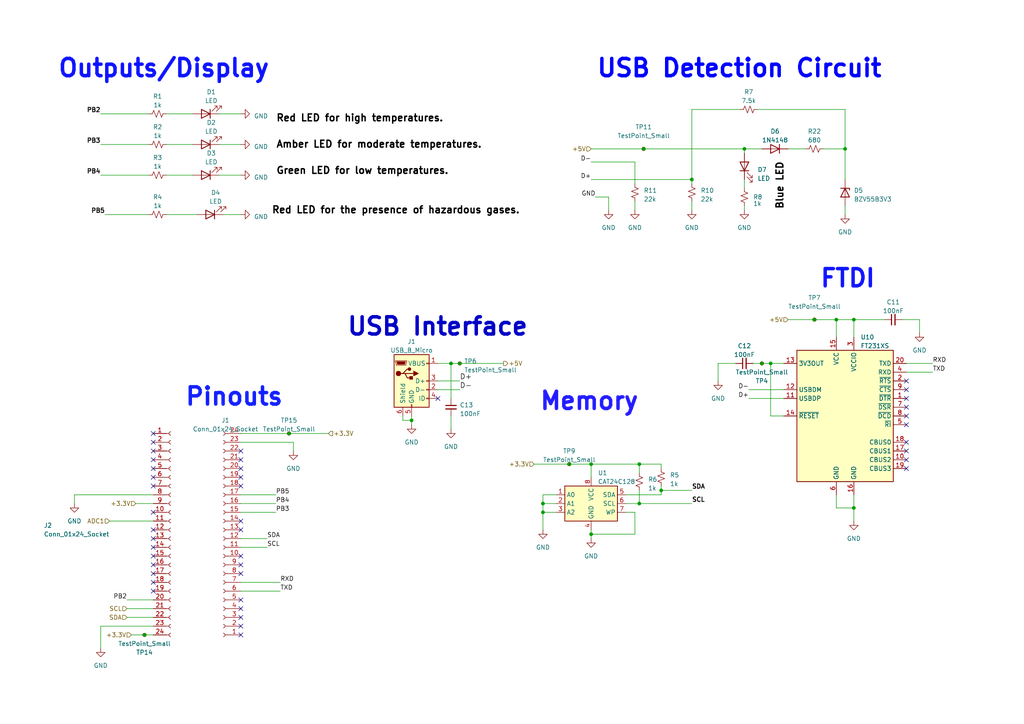
<source format=kicad_sch>
(kicad_sch (version 20230121) (generator eeschema)

  (uuid 461446c8-f611-4d9d-ad61-e03a2544d638)

  (paper "A4")

  (title_block
    (title "Microcontroller Interface")
    (date "2023-03-10")
    (rev "v0")
    (company "Mr Hendry Klaas")
    (comment 1 "EEE3088F")
    (comment 2 "University of Cape Town")
  )

  (lib_symbols
    (symbol "Connector:Conn_01x24_Socket" (pin_names (offset 1.016) hide) (in_bom yes) (on_board yes)
      (property "Reference" "J" (at 0 30.48 0)
        (effects (font (size 1.27 1.27)))
      )
      (property "Value" "Conn_01x24_Socket" (at 0 -33.02 0)
        (effects (font (size 1.27 1.27)))
      )
      (property "Footprint" "" (at 0 0 0)
        (effects (font (size 1.27 1.27)) hide)
      )
      (property "Datasheet" "~" (at 0 0 0)
        (effects (font (size 1.27 1.27)) hide)
      )
      (property "ki_locked" "" (at 0 0 0)
        (effects (font (size 1.27 1.27)))
      )
      (property "ki_keywords" "connector" (at 0 0 0)
        (effects (font (size 1.27 1.27)) hide)
      )
      (property "ki_description" "Generic connector, single row, 01x24, script generated" (at 0 0 0)
        (effects (font (size 1.27 1.27)) hide)
      )
      (property "ki_fp_filters" "Connector*:*_1x??_*" (at 0 0 0)
        (effects (font (size 1.27 1.27)) hide)
      )
      (symbol "Conn_01x24_Socket_1_1"
        (arc (start 0 -29.972) (mid -0.5058 -30.48) (end 0 -30.988)
          (stroke (width 0.1524) (type default))
          (fill (type none))
        )
        (arc (start 0 -27.432) (mid -0.5058 -27.94) (end 0 -28.448)
          (stroke (width 0.1524) (type default))
          (fill (type none))
        )
        (arc (start 0 -24.892) (mid -0.5058 -25.4) (end 0 -25.908)
          (stroke (width 0.1524) (type default))
          (fill (type none))
        )
        (arc (start 0 -22.352) (mid -0.5058 -22.86) (end 0 -23.368)
          (stroke (width 0.1524) (type default))
          (fill (type none))
        )
        (arc (start 0 -19.812) (mid -0.5058 -20.32) (end 0 -20.828)
          (stroke (width 0.1524) (type default))
          (fill (type none))
        )
        (arc (start 0 -17.272) (mid -0.5058 -17.78) (end 0 -18.288)
          (stroke (width 0.1524) (type default))
          (fill (type none))
        )
        (arc (start 0 -14.732) (mid -0.5058 -15.24) (end 0 -15.748)
          (stroke (width 0.1524) (type default))
          (fill (type none))
        )
        (arc (start 0 -12.192) (mid -0.5058 -12.7) (end 0 -13.208)
          (stroke (width 0.1524) (type default))
          (fill (type none))
        )
        (arc (start 0 -9.652) (mid -0.5058 -10.16) (end 0 -10.668)
          (stroke (width 0.1524) (type default))
          (fill (type none))
        )
        (arc (start 0 -7.112) (mid -0.5058 -7.62) (end 0 -8.128)
          (stroke (width 0.1524) (type default))
          (fill (type none))
        )
        (arc (start 0 -4.572) (mid -0.5058 -5.08) (end 0 -5.588)
          (stroke (width 0.1524) (type default))
          (fill (type none))
        )
        (arc (start 0 -2.032) (mid -0.5058 -2.54) (end 0 -3.048)
          (stroke (width 0.1524) (type default))
          (fill (type none))
        )
        (polyline
          (pts
            (xy -1.27 -30.48)
            (xy -0.508 -30.48)
          )
          (stroke (width 0.1524) (type default))
          (fill (type none))
        )
        (polyline
          (pts
            (xy -1.27 -27.94)
            (xy -0.508 -27.94)
          )
          (stroke (width 0.1524) (type default))
          (fill (type none))
        )
        (polyline
          (pts
            (xy -1.27 -25.4)
            (xy -0.508 -25.4)
          )
          (stroke (width 0.1524) (type default))
          (fill (type none))
        )
        (polyline
          (pts
            (xy -1.27 -22.86)
            (xy -0.508 -22.86)
          )
          (stroke (width 0.1524) (type default))
          (fill (type none))
        )
        (polyline
          (pts
            (xy -1.27 -20.32)
            (xy -0.508 -20.32)
          )
          (stroke (width 0.1524) (type default))
          (fill (type none))
        )
        (polyline
          (pts
            (xy -1.27 -17.78)
            (xy -0.508 -17.78)
          )
          (stroke (width 0.1524) (type default))
          (fill (type none))
        )
        (polyline
          (pts
            (xy -1.27 -15.24)
            (xy -0.508 -15.24)
          )
          (stroke (width 0.1524) (type default))
          (fill (type none))
        )
        (polyline
          (pts
            (xy -1.27 -12.7)
            (xy -0.508 -12.7)
          )
          (stroke (width 0.1524) (type default))
          (fill (type none))
        )
        (polyline
          (pts
            (xy -1.27 -10.16)
            (xy -0.508 -10.16)
          )
          (stroke (width 0.1524) (type default))
          (fill (type none))
        )
        (polyline
          (pts
            (xy -1.27 -7.62)
            (xy -0.508 -7.62)
          )
          (stroke (width 0.1524) (type default))
          (fill (type none))
        )
        (polyline
          (pts
            (xy -1.27 -5.08)
            (xy -0.508 -5.08)
          )
          (stroke (width 0.1524) (type default))
          (fill (type none))
        )
        (polyline
          (pts
            (xy -1.27 -2.54)
            (xy -0.508 -2.54)
          )
          (stroke (width 0.1524) (type default))
          (fill (type none))
        )
        (polyline
          (pts
            (xy -1.27 0)
            (xy -0.508 0)
          )
          (stroke (width 0.1524) (type default))
          (fill (type none))
        )
        (polyline
          (pts
            (xy -1.27 2.54)
            (xy -0.508 2.54)
          )
          (stroke (width 0.1524) (type default))
          (fill (type none))
        )
        (polyline
          (pts
            (xy -1.27 5.08)
            (xy -0.508 5.08)
          )
          (stroke (width 0.1524) (type default))
          (fill (type none))
        )
        (polyline
          (pts
            (xy -1.27 7.62)
            (xy -0.508 7.62)
          )
          (stroke (width 0.1524) (type default))
          (fill (type none))
        )
        (polyline
          (pts
            (xy -1.27 10.16)
            (xy -0.508 10.16)
          )
          (stroke (width 0.1524) (type default))
          (fill (type none))
        )
        (polyline
          (pts
            (xy -1.27 12.7)
            (xy -0.508 12.7)
          )
          (stroke (width 0.1524) (type default))
          (fill (type none))
        )
        (polyline
          (pts
            (xy -1.27 15.24)
            (xy -0.508 15.24)
          )
          (stroke (width 0.1524) (type default))
          (fill (type none))
        )
        (polyline
          (pts
            (xy -1.27 17.78)
            (xy -0.508 17.78)
          )
          (stroke (width 0.1524) (type default))
          (fill (type none))
        )
        (polyline
          (pts
            (xy -1.27 20.32)
            (xy -0.508 20.32)
          )
          (stroke (width 0.1524) (type default))
          (fill (type none))
        )
        (polyline
          (pts
            (xy -1.27 22.86)
            (xy -0.508 22.86)
          )
          (stroke (width 0.1524) (type default))
          (fill (type none))
        )
        (polyline
          (pts
            (xy -1.27 25.4)
            (xy -0.508 25.4)
          )
          (stroke (width 0.1524) (type default))
          (fill (type none))
        )
        (polyline
          (pts
            (xy -1.27 27.94)
            (xy -0.508 27.94)
          )
          (stroke (width 0.1524) (type default))
          (fill (type none))
        )
        (arc (start 0 0.508) (mid -0.5058 0) (end 0 -0.508)
          (stroke (width 0.1524) (type default))
          (fill (type none))
        )
        (arc (start 0 3.048) (mid -0.5058 2.54) (end 0 2.032)
          (stroke (width 0.1524) (type default))
          (fill (type none))
        )
        (arc (start 0 5.588) (mid -0.5058 5.08) (end 0 4.572)
          (stroke (width 0.1524) (type default))
          (fill (type none))
        )
        (arc (start 0 8.128) (mid -0.5058 7.62) (end 0 7.112)
          (stroke (width 0.1524) (type default))
          (fill (type none))
        )
        (arc (start 0 10.668) (mid -0.5058 10.16) (end 0 9.652)
          (stroke (width 0.1524) (type default))
          (fill (type none))
        )
        (arc (start 0 13.208) (mid -0.5058 12.7) (end 0 12.192)
          (stroke (width 0.1524) (type default))
          (fill (type none))
        )
        (arc (start 0 15.748) (mid -0.5058 15.24) (end 0 14.732)
          (stroke (width 0.1524) (type default))
          (fill (type none))
        )
        (arc (start 0 18.288) (mid -0.5058 17.78) (end 0 17.272)
          (stroke (width 0.1524) (type default))
          (fill (type none))
        )
        (arc (start 0 20.828) (mid -0.5058 20.32) (end 0 19.812)
          (stroke (width 0.1524) (type default))
          (fill (type none))
        )
        (arc (start 0 23.368) (mid -0.5058 22.86) (end 0 22.352)
          (stroke (width 0.1524) (type default))
          (fill (type none))
        )
        (arc (start 0 25.908) (mid -0.5058 25.4) (end 0 24.892)
          (stroke (width 0.1524) (type default))
          (fill (type none))
        )
        (arc (start 0 28.448) (mid -0.5058 27.94) (end 0 27.432)
          (stroke (width 0.1524) (type default))
          (fill (type none))
        )
        (pin passive line (at -5.08 27.94 0) (length 3.81)
          (name "Pin_1" (effects (font (size 1.27 1.27))))
          (number "1" (effects (font (size 1.27 1.27))))
        )
        (pin passive line (at -5.08 5.08 0) (length 3.81)
          (name "Pin_10" (effects (font (size 1.27 1.27))))
          (number "10" (effects (font (size 1.27 1.27))))
        )
        (pin passive line (at -5.08 2.54 0) (length 3.81)
          (name "Pin_11" (effects (font (size 1.27 1.27))))
          (number "11" (effects (font (size 1.27 1.27))))
        )
        (pin passive line (at -5.08 0 0) (length 3.81)
          (name "Pin_12" (effects (font (size 1.27 1.27))))
          (number "12" (effects (font (size 1.27 1.27))))
        )
        (pin passive line (at -5.08 -2.54 0) (length 3.81)
          (name "Pin_13" (effects (font (size 1.27 1.27))))
          (number "13" (effects (font (size 1.27 1.27))))
        )
        (pin passive line (at -5.08 -5.08 0) (length 3.81)
          (name "Pin_14" (effects (font (size 1.27 1.27))))
          (number "14" (effects (font (size 1.27 1.27))))
        )
        (pin passive line (at -5.08 -7.62 0) (length 3.81)
          (name "Pin_15" (effects (font (size 1.27 1.27))))
          (number "15" (effects (font (size 1.27 1.27))))
        )
        (pin passive line (at -5.08 -10.16 0) (length 3.81)
          (name "Pin_16" (effects (font (size 1.27 1.27))))
          (number "16" (effects (font (size 1.27 1.27))))
        )
        (pin passive line (at -5.08 -12.7 0) (length 3.81)
          (name "Pin_17" (effects (font (size 1.27 1.27))))
          (number "17" (effects (font (size 1.27 1.27))))
        )
        (pin passive line (at -5.08 -15.24 0) (length 3.81)
          (name "Pin_18" (effects (font (size 1.27 1.27))))
          (number "18" (effects (font (size 1.27 1.27))))
        )
        (pin passive line (at -5.08 -17.78 0) (length 3.81)
          (name "Pin_19" (effects (font (size 1.27 1.27))))
          (number "19" (effects (font (size 1.27 1.27))))
        )
        (pin passive line (at -5.08 25.4 0) (length 3.81)
          (name "Pin_2" (effects (font (size 1.27 1.27))))
          (number "2" (effects (font (size 1.27 1.27))))
        )
        (pin passive line (at -5.08 -20.32 0) (length 3.81)
          (name "Pin_20" (effects (font (size 1.27 1.27))))
          (number "20" (effects (font (size 1.27 1.27))))
        )
        (pin passive line (at -5.08 -22.86 0) (length 3.81)
          (name "Pin_21" (effects (font (size 1.27 1.27))))
          (number "21" (effects (font (size 1.27 1.27))))
        )
        (pin passive line (at -5.08 -25.4 0) (length 3.81)
          (name "Pin_22" (effects (font (size 1.27 1.27))))
          (number "22" (effects (font (size 1.27 1.27))))
        )
        (pin passive line (at -5.08 -27.94 0) (length 3.81)
          (name "Pin_23" (effects (font (size 1.27 1.27))))
          (number "23" (effects (font (size 1.27 1.27))))
        )
        (pin passive line (at -5.08 -30.48 0) (length 3.81)
          (name "Pin_24" (effects (font (size 1.27 1.27))))
          (number "24" (effects (font (size 1.27 1.27))))
        )
        (pin passive line (at -5.08 22.86 0) (length 3.81)
          (name "Pin_3" (effects (font (size 1.27 1.27))))
          (number "3" (effects (font (size 1.27 1.27))))
        )
        (pin passive line (at -5.08 20.32 0) (length 3.81)
          (name "Pin_4" (effects (font (size 1.27 1.27))))
          (number "4" (effects (font (size 1.27 1.27))))
        )
        (pin passive line (at -5.08 17.78 0) (length 3.81)
          (name "Pin_5" (effects (font (size 1.27 1.27))))
          (number "5" (effects (font (size 1.27 1.27))))
        )
        (pin passive line (at -5.08 15.24 0) (length 3.81)
          (name "Pin_6" (effects (font (size 1.27 1.27))))
          (number "6" (effects (font (size 1.27 1.27))))
        )
        (pin passive line (at -5.08 12.7 0) (length 3.81)
          (name "Pin_7" (effects (font (size 1.27 1.27))))
          (number "7" (effects (font (size 1.27 1.27))))
        )
        (pin passive line (at -5.08 10.16 0) (length 3.81)
          (name "Pin_8" (effects (font (size 1.27 1.27))))
          (number "8" (effects (font (size 1.27 1.27))))
        )
        (pin passive line (at -5.08 7.62 0) (length 3.81)
          (name "Pin_9" (effects (font (size 1.27 1.27))))
          (number "9" (effects (font (size 1.27 1.27))))
        )
      )
    )
    (symbol "Connector:TestPoint_Small" (pin_numbers hide) (pin_names (offset 0.762) hide) (in_bom yes) (on_board yes)
      (property "Reference" "TP" (at 0 3.81 0)
        (effects (font (size 1.27 1.27)))
      )
      (property "Value" "TestPoint_Small" (at 0 2.032 0)
        (effects (font (size 1.27 1.27)))
      )
      (property "Footprint" "" (at 5.08 0 0)
        (effects (font (size 1.27 1.27)) hide)
      )
      (property "Datasheet" "~" (at 5.08 0 0)
        (effects (font (size 1.27 1.27)) hide)
      )
      (property "ki_keywords" "test point tp" (at 0 0 0)
        (effects (font (size 1.27 1.27)) hide)
      )
      (property "ki_description" "test point" (at 0 0 0)
        (effects (font (size 1.27 1.27)) hide)
      )
      (property "ki_fp_filters" "Pin* Test*" (at 0 0 0)
        (effects (font (size 1.27 1.27)) hide)
      )
      (symbol "TestPoint_Small_0_1"
        (circle (center 0 0) (radius 0.508)
          (stroke (width 0) (type default))
          (fill (type none))
        )
      )
      (symbol "TestPoint_Small_1_1"
        (pin passive line (at 0 0 90) (length 0)
          (name "1" (effects (font (size 1.27 1.27))))
          (number "1" (effects (font (size 1.27 1.27))))
        )
      )
    )
    (symbol "Connector:USB_B_Micro" (pin_names (offset 1.016)) (in_bom yes) (on_board yes)
      (property "Reference" "J" (at -5.08 11.43 0)
        (effects (font (size 1.27 1.27)) (justify left))
      )
      (property "Value" "USB_B_Micro" (at -5.08 8.89 0)
        (effects (font (size 1.27 1.27)) (justify left))
      )
      (property "Footprint" "" (at 3.81 -1.27 0)
        (effects (font (size 1.27 1.27)) hide)
      )
      (property "Datasheet" "~" (at 3.81 -1.27 0)
        (effects (font (size 1.27 1.27)) hide)
      )
      (property "ki_keywords" "connector USB micro" (at 0 0 0)
        (effects (font (size 1.27 1.27)) hide)
      )
      (property "ki_description" "USB Micro Type B connector" (at 0 0 0)
        (effects (font (size 1.27 1.27)) hide)
      )
      (property "ki_fp_filters" "USB*" (at 0 0 0)
        (effects (font (size 1.27 1.27)) hide)
      )
      (symbol "USB_B_Micro_0_1"
        (rectangle (start -5.08 -7.62) (end 5.08 7.62)
          (stroke (width 0.254) (type default))
          (fill (type background))
        )
        (circle (center -3.81 2.159) (radius 0.635)
          (stroke (width 0.254) (type default))
          (fill (type outline))
        )
        (circle (center -0.635 3.429) (radius 0.381)
          (stroke (width 0.254) (type default))
          (fill (type outline))
        )
        (rectangle (start -0.127 -7.62) (end 0.127 -6.858)
          (stroke (width 0) (type default))
          (fill (type none))
        )
        (polyline
          (pts
            (xy -1.905 2.159)
            (xy 0.635 2.159)
          )
          (stroke (width 0.254) (type default))
          (fill (type none))
        )
        (polyline
          (pts
            (xy -3.175 2.159)
            (xy -2.54 2.159)
            (xy -1.27 3.429)
            (xy -0.635 3.429)
          )
          (stroke (width 0.254) (type default))
          (fill (type none))
        )
        (polyline
          (pts
            (xy -2.54 2.159)
            (xy -1.905 2.159)
            (xy -1.27 0.889)
            (xy 0 0.889)
          )
          (stroke (width 0.254) (type default))
          (fill (type none))
        )
        (polyline
          (pts
            (xy 0.635 2.794)
            (xy 0.635 1.524)
            (xy 1.905 2.159)
            (xy 0.635 2.794)
          )
          (stroke (width 0.254) (type default))
          (fill (type outline))
        )
        (polyline
          (pts
            (xy -4.318 5.588)
            (xy -1.778 5.588)
            (xy -2.032 4.826)
            (xy -4.064 4.826)
            (xy -4.318 5.588)
          )
          (stroke (width 0) (type default))
          (fill (type outline))
        )
        (polyline
          (pts
            (xy -4.699 5.842)
            (xy -4.699 5.588)
            (xy -4.445 4.826)
            (xy -4.445 4.572)
            (xy -1.651 4.572)
            (xy -1.651 4.826)
            (xy -1.397 5.588)
            (xy -1.397 5.842)
            (xy -4.699 5.842)
          )
          (stroke (width 0) (type default))
          (fill (type none))
        )
        (rectangle (start 0.254 1.27) (end -0.508 0.508)
          (stroke (width 0.254) (type default))
          (fill (type outline))
        )
        (rectangle (start 5.08 -5.207) (end 4.318 -4.953)
          (stroke (width 0) (type default))
          (fill (type none))
        )
        (rectangle (start 5.08 -2.667) (end 4.318 -2.413)
          (stroke (width 0) (type default))
          (fill (type none))
        )
        (rectangle (start 5.08 -0.127) (end 4.318 0.127)
          (stroke (width 0) (type default))
          (fill (type none))
        )
        (rectangle (start 5.08 4.953) (end 4.318 5.207)
          (stroke (width 0) (type default))
          (fill (type none))
        )
      )
      (symbol "USB_B_Micro_1_1"
        (pin power_out line (at 7.62 5.08 180) (length 2.54)
          (name "VBUS" (effects (font (size 1.27 1.27))))
          (number "1" (effects (font (size 1.27 1.27))))
        )
        (pin bidirectional line (at 7.62 -2.54 180) (length 2.54)
          (name "D-" (effects (font (size 1.27 1.27))))
          (number "2" (effects (font (size 1.27 1.27))))
        )
        (pin bidirectional line (at 7.62 0 180) (length 2.54)
          (name "D+" (effects (font (size 1.27 1.27))))
          (number "3" (effects (font (size 1.27 1.27))))
        )
        (pin passive line (at 7.62 -5.08 180) (length 2.54)
          (name "ID" (effects (font (size 1.27 1.27))))
          (number "4" (effects (font (size 1.27 1.27))))
        )
        (pin power_out line (at 0 -10.16 90) (length 2.54)
          (name "GND" (effects (font (size 1.27 1.27))))
          (number "5" (effects (font (size 1.27 1.27))))
        )
        (pin passive line (at -2.54 -10.16 90) (length 2.54)
          (name "Shield" (effects (font (size 1.27 1.27))))
          (number "6" (effects (font (size 1.27 1.27))))
        )
      )
    )
    (symbol "Device:C_Small" (pin_numbers hide) (pin_names (offset 0.254) hide) (in_bom yes) (on_board yes)
      (property "Reference" "C" (at 0.254 1.778 0)
        (effects (font (size 1.27 1.27)) (justify left))
      )
      (property "Value" "C_Small" (at 0.254 -2.032 0)
        (effects (font (size 1.27 1.27)) (justify left))
      )
      (property "Footprint" "" (at 0 0 0)
        (effects (font (size 1.27 1.27)) hide)
      )
      (property "Datasheet" "~" (at 0 0 0)
        (effects (font (size 1.27 1.27)) hide)
      )
      (property "ki_keywords" "capacitor cap" (at 0 0 0)
        (effects (font (size 1.27 1.27)) hide)
      )
      (property "ki_description" "Unpolarized capacitor, small symbol" (at 0 0 0)
        (effects (font (size 1.27 1.27)) hide)
      )
      (property "ki_fp_filters" "C_*" (at 0 0 0)
        (effects (font (size 1.27 1.27)) hide)
      )
      (symbol "C_Small_0_1"
        (polyline
          (pts
            (xy -1.524 -0.508)
            (xy 1.524 -0.508)
          )
          (stroke (width 0.3302) (type default))
          (fill (type none))
        )
        (polyline
          (pts
            (xy -1.524 0.508)
            (xy 1.524 0.508)
          )
          (stroke (width 0.3048) (type default))
          (fill (type none))
        )
      )
      (symbol "C_Small_1_1"
        (pin passive line (at 0 2.54 270) (length 2.032)
          (name "~" (effects (font (size 1.27 1.27))))
          (number "1" (effects (font (size 1.27 1.27))))
        )
        (pin passive line (at 0 -2.54 90) (length 2.032)
          (name "~" (effects (font (size 1.27 1.27))))
          (number "2" (effects (font (size 1.27 1.27))))
        )
      )
    )
    (symbol "Device:LED" (pin_numbers hide) (pin_names (offset 1.016) hide) (in_bom yes) (on_board yes)
      (property "Reference" "D" (at 0 2.54 0)
        (effects (font (size 1.27 1.27)))
      )
      (property "Value" "LED" (at 0 -2.54 0)
        (effects (font (size 1.27 1.27)))
      )
      (property "Footprint" "" (at 0 0 0)
        (effects (font (size 1.27 1.27)) hide)
      )
      (property "Datasheet" "~" (at 0 0 0)
        (effects (font (size 1.27 1.27)) hide)
      )
      (property "ki_keywords" "LED diode" (at 0 0 0)
        (effects (font (size 1.27 1.27)) hide)
      )
      (property "ki_description" "Light emitting diode" (at 0 0 0)
        (effects (font (size 1.27 1.27)) hide)
      )
      (property "ki_fp_filters" "LED* LED_SMD:* LED_THT:*" (at 0 0 0)
        (effects (font (size 1.27 1.27)) hide)
      )
      (symbol "LED_0_1"
        (polyline
          (pts
            (xy -1.27 -1.27)
            (xy -1.27 1.27)
          )
          (stroke (width 0.254) (type default))
          (fill (type none))
        )
        (polyline
          (pts
            (xy -1.27 0)
            (xy 1.27 0)
          )
          (stroke (width 0) (type default))
          (fill (type none))
        )
        (polyline
          (pts
            (xy 1.27 -1.27)
            (xy 1.27 1.27)
            (xy -1.27 0)
            (xy 1.27 -1.27)
          )
          (stroke (width 0.254) (type default))
          (fill (type none))
        )
        (polyline
          (pts
            (xy -3.048 -0.762)
            (xy -4.572 -2.286)
            (xy -3.81 -2.286)
            (xy -4.572 -2.286)
            (xy -4.572 -1.524)
          )
          (stroke (width 0) (type default))
          (fill (type none))
        )
        (polyline
          (pts
            (xy -1.778 -0.762)
            (xy -3.302 -2.286)
            (xy -2.54 -2.286)
            (xy -3.302 -2.286)
            (xy -3.302 -1.524)
          )
          (stroke (width 0) (type default))
          (fill (type none))
        )
      )
      (symbol "LED_1_1"
        (pin passive line (at -3.81 0 0) (length 2.54)
          (name "K" (effects (font (size 1.27 1.27))))
          (number "1" (effects (font (size 1.27 1.27))))
        )
        (pin passive line (at 3.81 0 180) (length 2.54)
          (name "A" (effects (font (size 1.27 1.27))))
          (number "2" (effects (font (size 1.27 1.27))))
        )
      )
    )
    (symbol "Device:R_Small_US" (pin_numbers hide) (pin_names (offset 0.254) hide) (in_bom yes) (on_board yes)
      (property "Reference" "R" (at 0.762 0.508 0)
        (effects (font (size 1.27 1.27)) (justify left))
      )
      (property "Value" "R_Small_US" (at 0.762 -1.016 0)
        (effects (font (size 1.27 1.27)) (justify left))
      )
      (property "Footprint" "" (at 0 0 0)
        (effects (font (size 1.27 1.27)) hide)
      )
      (property "Datasheet" "~" (at 0 0 0)
        (effects (font (size 1.27 1.27)) hide)
      )
      (property "ki_keywords" "r resistor" (at 0 0 0)
        (effects (font (size 1.27 1.27)) hide)
      )
      (property "ki_description" "Resistor, small US symbol" (at 0 0 0)
        (effects (font (size 1.27 1.27)) hide)
      )
      (property "ki_fp_filters" "R_*" (at 0 0 0)
        (effects (font (size 1.27 1.27)) hide)
      )
      (symbol "R_Small_US_1_1"
        (polyline
          (pts
            (xy 0 0)
            (xy 1.016 -0.381)
            (xy 0 -0.762)
            (xy -1.016 -1.143)
            (xy 0 -1.524)
          )
          (stroke (width 0) (type default))
          (fill (type none))
        )
        (polyline
          (pts
            (xy 0 1.524)
            (xy 1.016 1.143)
            (xy 0 0.762)
            (xy -1.016 0.381)
            (xy 0 0)
          )
          (stroke (width 0) (type default))
          (fill (type none))
        )
        (pin passive line (at 0 2.54 270) (length 1.016)
          (name "~" (effects (font (size 1.27 1.27))))
          (number "1" (effects (font (size 1.27 1.27))))
        )
        (pin passive line (at 0 -2.54 90) (length 1.016)
          (name "~" (effects (font (size 1.27 1.27))))
          (number "2" (effects (font (size 1.27 1.27))))
        )
      )
    )
    (symbol "Diode:1N4148" (pin_numbers hide) (pin_names hide) (in_bom yes) (on_board yes)
      (property "Reference" "D" (at 0 2.54 0)
        (effects (font (size 1.27 1.27)))
      )
      (property "Value" "1N4148" (at 0 -2.54 0)
        (effects (font (size 1.27 1.27)))
      )
      (property "Footprint" "Diode_THT:D_DO-35_SOD27_P7.62mm_Horizontal" (at 0 0 0)
        (effects (font (size 1.27 1.27)) hide)
      )
      (property "Datasheet" "https://assets.nexperia.com/documents/data-sheet/1N4148_1N4448.pdf" (at 0 0 0)
        (effects (font (size 1.27 1.27)) hide)
      )
      (property "Sim.Device" "D" (at 0 0 0)
        (effects (font (size 1.27 1.27)) hide)
      )
      (property "Sim.Pins" "1=K 2=A" (at 0 0 0)
        (effects (font (size 1.27 1.27)) hide)
      )
      (property "ki_keywords" "diode" (at 0 0 0)
        (effects (font (size 1.27 1.27)) hide)
      )
      (property "ki_description" "100V 0.15A standard switching diode, DO-35" (at 0 0 0)
        (effects (font (size 1.27 1.27)) hide)
      )
      (property "ki_fp_filters" "D*DO?35*" (at 0 0 0)
        (effects (font (size 1.27 1.27)) hide)
      )
      (symbol "1N4148_0_1"
        (polyline
          (pts
            (xy -1.27 1.27)
            (xy -1.27 -1.27)
          )
          (stroke (width 0.254) (type default))
          (fill (type none))
        )
        (polyline
          (pts
            (xy 1.27 0)
            (xy -1.27 0)
          )
          (stroke (width 0) (type default))
          (fill (type none))
        )
        (polyline
          (pts
            (xy 1.27 1.27)
            (xy 1.27 -1.27)
            (xy -1.27 0)
            (xy 1.27 1.27)
          )
          (stroke (width 0.254) (type default))
          (fill (type none))
        )
      )
      (symbol "1N4148_1_1"
        (pin passive line (at -3.81 0 0) (length 2.54)
          (name "K" (effects (font (size 1.27 1.27))))
          (number "1" (effects (font (size 1.27 1.27))))
        )
        (pin passive line (at 3.81 0 180) (length 2.54)
          (name "A" (effects (font (size 1.27 1.27))))
          (number "2" (effects (font (size 1.27 1.27))))
        )
      )
    )
    (symbol "Diode:BZV55B3V3" (pin_numbers hide) (pin_names hide) (in_bom yes) (on_board yes)
      (property "Reference" "D" (at 0 2.54 0)
        (effects (font (size 1.27 1.27)))
      )
      (property "Value" "BZV55B3V3" (at 0 -2.54 0)
        (effects (font (size 1.27 1.27)))
      )
      (property "Footprint" "Diode_SMD:D_MiniMELF" (at 0 -4.445 0)
        (effects (font (size 1.27 1.27)) hide)
      )
      (property "Datasheet" "https://assets.nexperia.com/documents/data-sheet/BZV55_SER.pdf" (at 0 0 0)
        (effects (font (size 1.27 1.27)) hide)
      )
      (property "ki_keywords" "zener diode" (at 0 0 0)
        (effects (font (size 1.27 1.27)) hide)
      )
      (property "ki_description" "3.3V, 500mW, 2%, Zener diode, MiniMELF" (at 0 0 0)
        (effects (font (size 1.27 1.27)) hide)
      )
      (property "ki_fp_filters" "D*MiniMELF*" (at 0 0 0)
        (effects (font (size 1.27 1.27)) hide)
      )
      (symbol "BZV55B3V3_0_1"
        (polyline
          (pts
            (xy 1.27 0)
            (xy -1.27 0)
          )
          (stroke (width 0) (type default))
          (fill (type none))
        )
        (polyline
          (pts
            (xy -1.27 -1.27)
            (xy -1.27 1.27)
            (xy -0.762 1.27)
          )
          (stroke (width 0.254) (type default))
          (fill (type none))
        )
        (polyline
          (pts
            (xy 1.27 -1.27)
            (xy 1.27 1.27)
            (xy -1.27 0)
            (xy 1.27 -1.27)
          )
          (stroke (width 0.254) (type default))
          (fill (type none))
        )
      )
      (symbol "BZV55B3V3_1_1"
        (pin passive line (at -3.81 0 0) (length 2.54)
          (name "K" (effects (font (size 1.27 1.27))))
          (number "1" (effects (font (size 1.27 1.27))))
        )
        (pin passive line (at 3.81 0 180) (length 2.54)
          (name "A" (effects (font (size 1.27 1.27))))
          (number "2" (effects (font (size 1.27 1.27))))
        )
      )
    )
    (symbol "Interface_USB:FT231XS" (in_bom yes) (on_board yes)
      (property "Reference" "U" (at -13.97 20.32 0)
        (effects (font (size 1.27 1.27)) (justify left))
      )
      (property "Value" "FT231XS" (at 7.62 20.32 0)
        (effects (font (size 1.27 1.27)) (justify left))
      )
      (property "Footprint" "Package_SO:SSOP-20_3.9x8.7mm_P0.635mm" (at 25.4 -20.32 0)
        (effects (font (size 1.27 1.27)) hide)
      )
      (property "Datasheet" "https://www.ftdichip.com/Support/Documents/DataSheets/ICs/DS_FT231X.pdf" (at 0 0 0)
        (effects (font (size 1.27 1.27)) hide)
      )
      (property "ki_keywords" "FTDI USB UART interface converter" (at 0 0 0)
        (effects (font (size 1.27 1.27)) hide)
      )
      (property "ki_description" "Full Speed USB to Full Handshake UART, SSOP-20" (at 0 0 0)
        (effects (font (size 1.27 1.27)) hide)
      )
      (property "ki_fp_filters" "*SSOP*3.9x8.7mm*P0.635mm*" (at 0 0 0)
        (effects (font (size 1.27 1.27)) hide)
      )
      (symbol "FT231XS_0_1"
        (rectangle (start -13.97 19.05) (end 13.97 -19.05)
          (stroke (width 0.254) (type default))
          (fill (type background))
        )
      )
      (symbol "FT231XS_1_1"
        (pin output line (at 17.78 5.08 180) (length 3.81)
          (name "~{DTR}" (effects (font (size 1.27 1.27))))
          (number "1" (effects (font (size 1.27 1.27))))
        )
        (pin bidirectional line (at 17.78 -12.7 180) (length 3.81)
          (name "CBUS2" (effects (font (size 1.27 1.27))))
          (number "10" (effects (font (size 1.27 1.27))))
        )
        (pin bidirectional line (at -17.78 5.08 0) (length 3.81)
          (name "USBDP" (effects (font (size 1.27 1.27))))
          (number "11" (effects (font (size 1.27 1.27))))
        )
        (pin bidirectional line (at -17.78 7.62 0) (length 3.81)
          (name "USBDM" (effects (font (size 1.27 1.27))))
          (number "12" (effects (font (size 1.27 1.27))))
        )
        (pin power_out line (at -17.78 15.24 0) (length 3.81)
          (name "3V3OUT" (effects (font (size 1.27 1.27))))
          (number "13" (effects (font (size 1.27 1.27))))
        )
        (pin input line (at -17.78 0 0) (length 3.81)
          (name "~{RESET}" (effects (font (size 1.27 1.27))))
          (number "14" (effects (font (size 1.27 1.27))))
        )
        (pin power_in line (at -2.54 22.86 270) (length 3.81)
          (name "VCC" (effects (font (size 1.27 1.27))))
          (number "15" (effects (font (size 1.27 1.27))))
        )
        (pin power_in line (at 2.54 -22.86 90) (length 3.81)
          (name "GND" (effects (font (size 1.27 1.27))))
          (number "16" (effects (font (size 1.27 1.27))))
        )
        (pin bidirectional line (at 17.78 -10.16 180) (length 3.81)
          (name "CBUS1" (effects (font (size 1.27 1.27))))
          (number "17" (effects (font (size 1.27 1.27))))
        )
        (pin bidirectional line (at 17.78 -7.62 180) (length 3.81)
          (name "CBUS0" (effects (font (size 1.27 1.27))))
          (number "18" (effects (font (size 1.27 1.27))))
        )
        (pin bidirectional line (at 17.78 -15.24 180) (length 3.81)
          (name "CBUS3" (effects (font (size 1.27 1.27))))
          (number "19" (effects (font (size 1.27 1.27))))
        )
        (pin output line (at 17.78 10.16 180) (length 3.81)
          (name "~{RTS}" (effects (font (size 1.27 1.27))))
          (number "2" (effects (font (size 1.27 1.27))))
        )
        (pin output line (at 17.78 15.24 180) (length 3.81)
          (name "TXD" (effects (font (size 1.27 1.27))))
          (number "20" (effects (font (size 1.27 1.27))))
        )
        (pin power_in line (at 2.54 22.86 270) (length 3.81)
          (name "VCCIO" (effects (font (size 1.27 1.27))))
          (number "3" (effects (font (size 1.27 1.27))))
        )
        (pin input line (at 17.78 12.7 180) (length 3.81)
          (name "RXD" (effects (font (size 1.27 1.27))))
          (number "4" (effects (font (size 1.27 1.27))))
        )
        (pin input line (at 17.78 -2.54 180) (length 3.81)
          (name "~{RI}" (effects (font (size 1.27 1.27))))
          (number "5" (effects (font (size 1.27 1.27))))
        )
        (pin power_in line (at -2.54 -22.86 90) (length 3.81)
          (name "GND" (effects (font (size 1.27 1.27))))
          (number "6" (effects (font (size 1.27 1.27))))
        )
        (pin input line (at 17.78 2.54 180) (length 3.81)
          (name "~{DSR}" (effects (font (size 1.27 1.27))))
          (number "7" (effects (font (size 1.27 1.27))))
        )
        (pin input line (at 17.78 0 180) (length 3.81)
          (name "~{DCD}" (effects (font (size 1.27 1.27))))
          (number "8" (effects (font (size 1.27 1.27))))
        )
        (pin input line (at 17.78 7.62 180) (length 3.81)
          (name "~{CTS}" (effects (font (size 1.27 1.27))))
          (number "9" (effects (font (size 1.27 1.27))))
        )
      )
    )
    (symbol "Memory_EEPROM:CAT24C128" (in_bom yes) (on_board yes)
      (property "Reference" "U" (at -6.35 6.35 0)
        (effects (font (size 1.27 1.27)))
      )
      (property "Value" "CAT24C128" (at 1.27 6.35 0)
        (effects (font (size 1.27 1.27)) (justify left))
      )
      (property "Footprint" "" (at 0 0 0)
        (effects (font (size 1.27 1.27)) hide)
      )
      (property "Datasheet" "https://www.onsemi.com/pub/Collateral/CAT24C128-D.PDF" (at 0 0 0)
        (effects (font (size 1.27 1.27)) hide)
      )
      (property "ki_keywords" "I2C EEPROM Serial 128kb" (at 0 0 0)
        (effects (font (size 1.27 1.27)) hide)
      )
      (property "ki_description" "128 kb CMOS Serial EEPROM, SOIC-8/TSSOP-8/DFN-8" (at 0 0 0)
        (effects (font (size 1.27 1.27)) hide)
      )
      (property "ki_fp_filters" "DIP*W7.62mm* SOIC*3.9x4.9mm* TSSOP*4.4x3mm*P0.65mm* DFN*3x2mm*P0.5mm*" (at 0 0 0)
        (effects (font (size 1.27 1.27)) hide)
      )
      (symbol "CAT24C128_1_1"
        (rectangle (start -7.62 5.08) (end 7.62 -5.08)
          (stroke (width 0.254) (type default))
          (fill (type background))
        )
        (pin input line (at -10.16 2.54 0) (length 2.54)
          (name "A0" (effects (font (size 1.27 1.27))))
          (number "1" (effects (font (size 1.27 1.27))))
        )
        (pin input line (at -10.16 0 0) (length 2.54)
          (name "A1" (effects (font (size 1.27 1.27))))
          (number "2" (effects (font (size 1.27 1.27))))
        )
        (pin input line (at -10.16 -2.54 0) (length 2.54)
          (name "A2" (effects (font (size 1.27 1.27))))
          (number "3" (effects (font (size 1.27 1.27))))
        )
        (pin power_in line (at 0 -7.62 90) (length 2.54)
          (name "GND" (effects (font (size 1.27 1.27))))
          (number "4" (effects (font (size 1.27 1.27))))
        )
        (pin bidirectional line (at 10.16 2.54 180) (length 2.54)
          (name "SDA" (effects (font (size 1.27 1.27))))
          (number "5" (effects (font (size 1.27 1.27))))
        )
        (pin input line (at 10.16 0 180) (length 2.54)
          (name "SCL" (effects (font (size 1.27 1.27))))
          (number "6" (effects (font (size 1.27 1.27))))
        )
        (pin input line (at 10.16 -2.54 180) (length 2.54)
          (name "WP" (effects (font (size 1.27 1.27))))
          (number "7" (effects (font (size 1.27 1.27))))
        )
        (pin power_in line (at 0 7.62 270) (length 2.54)
          (name "VCC" (effects (font (size 1.27 1.27))))
          (number "8" (effects (font (size 1.27 1.27))))
        )
      )
    )
    (symbol "connector:TestPoint_Small" (pin_numbers hide) (pin_names (offset 0.762) hide) (in_bom yes) (on_board yes)
      (property "Reference" "TP" (at 0 3.81 0)
        (effects (font (size 1.27 1.27)))
      )
      (property "Value" "TestPoint_Small" (at 0 2.032 0)
        (effects (font (size 1.27 1.27)))
      )
      (property "Footprint" "" (at 5.08 0 0)
        (effects (font (size 1.27 1.27)) hide)
      )
      (property "Datasheet" "~" (at 5.08 0 0)
        (effects (font (size 1.27 1.27)) hide)
      )
      (property "ki_keywords" "test point tp" (at 0 0 0)
        (effects (font (size 1.27 1.27)) hide)
      )
      (property "ki_description" "test point" (at 0 0 0)
        (effects (font (size 1.27 1.27)) hide)
      )
      (property "ki_fp_filters" "Pin* Test*" (at 0 0 0)
        (effects (font (size 1.27 1.27)) hide)
      )
      (symbol "TestPoint_Small_0_1"
        (circle (center 0 0) (radius 0.508)
          (stroke (width 0) (type default))
          (fill (type none))
        )
      )
      (symbol "TestPoint_Small_1_1"
        (pin passive line (at 0 0 90) (length 0)
          (name "1" (effects (font (size 1.27 1.27))))
          (number "1" (effects (font (size 1.27 1.27))))
        )
      )
    )
    (symbol "power:GND" (power) (pin_names (offset 0)) (in_bom yes) (on_board yes)
      (property "Reference" "#PWR" (at 0 -6.35 0)
        (effects (font (size 1.27 1.27)) hide)
      )
      (property "Value" "GND" (at 0 -3.81 0)
        (effects (font (size 1.27 1.27)))
      )
      (property "Footprint" "" (at 0 0 0)
        (effects (font (size 1.27 1.27)) hide)
      )
      (property "Datasheet" "" (at 0 0 0)
        (effects (font (size 1.27 1.27)) hide)
      )
      (property "ki_keywords" "global power" (at 0 0 0)
        (effects (font (size 1.27 1.27)) hide)
      )
      (property "ki_description" "Power symbol creates a global label with name \"GND\" , ground" (at 0 0 0)
        (effects (font (size 1.27 1.27)) hide)
      )
      (symbol "GND_0_1"
        (polyline
          (pts
            (xy 0 0)
            (xy 0 -1.27)
            (xy 1.27 -1.27)
            (xy 0 -2.54)
            (xy -1.27 -1.27)
            (xy 0 -1.27)
          )
          (stroke (width 0) (type default))
          (fill (type none))
        )
      )
      (symbol "GND_1_1"
        (pin power_in line (at 0 0 270) (length 0) hide
          (name "GND" (effects (font (size 1.27 1.27))))
          (number "1" (effects (font (size 1.27 1.27))))
        )
      )
    )
  )

  (junction (at 185.42 146.05) (diameter 0) (color 0 0 0 0)
    (uuid 38f6d05f-60dc-4b57-8420-38ccba452292)
  )
  (junction (at 119.38 121.92) (diameter 0) (color 0 0 0 0)
    (uuid 3b1c14e9-6f99-43fa-9fb0-cd9cfa293ce2)
  )
  (junction (at 223.52 105.41) (diameter 0) (color 0 0 0 0)
    (uuid 41acbccf-6641-4828-a6af-bf0727ac7e70)
  )
  (junction (at 130.81 105.41) (diameter 0) (color 0 0 0 0)
    (uuid 4a3f3685-f0c5-4be8-ad78-d410bf0457b5)
  )
  (junction (at 200.66 52.07) (diameter 0) (color 0 0 0 0)
    (uuid 5d25a8aa-237a-4771-9807-f78816b790fe)
  )
  (junction (at 157.48 148.59) (diameter 0) (color 0 0 0 0)
    (uuid 5e0a5f0d-20e1-4912-9c5d-4b555e75c75f)
  )
  (junction (at 247.65 147.32) (diameter 0) (color 0 0 0 0)
    (uuid 5efd2999-0e4b-45b2-9c06-e938541a1c7a)
  )
  (junction (at 185.42 134.62) (diameter 0) (color 0 0 0 0)
    (uuid 69d9bf6f-6864-4c13-b92a-646301b0a1b7)
  )
  (junction (at 247.65 92.71) (diameter 0) (color 0 0 0 0)
    (uuid 79b112c9-dd13-4d85-a507-ed0773e2d468)
  )
  (junction (at 242.57 92.71) (diameter 0) (color 0 0 0 0)
    (uuid 82bbfc5f-c986-415d-9796-d10ad2fe6dd2)
  )
  (junction (at 220.98 105.41) (diameter 0) (color 0 0 0 0)
    (uuid 879d3ede-455c-48c9-a0e2-6249800b74ad)
  )
  (junction (at 236.22 92.71) (diameter 0) (color 0 0 0 0)
    (uuid 90d476ff-f427-4471-98bd-2bf5370551a3)
  )
  (junction (at 215.9 43.18) (diameter 0) (color 0 0 0 0)
    (uuid ab54cca3-b152-4ce9-a43a-b1f4dfcdad47)
  )
  (junction (at 186.69 43.18) (diameter 0) (color 0 0 0 0)
    (uuid b2dad155-dc8d-4052-8dfb-147b44538cad)
  )
  (junction (at 157.48 146.05) (diameter 0) (color 0 0 0 0)
    (uuid baf0e949-2e61-439f-912f-b613e5e310df)
  )
  (junction (at 133.35 105.41) (diameter 0) (color 0 0 0 0)
    (uuid c758229a-f347-458e-b99e-5901e2f9aad2)
  )
  (junction (at 83.82 125.73) (diameter 0) (color 0 0 0 0)
    (uuid cf223357-8e15-4023-a6c8-0d19ed029f5a)
  )
  (junction (at 41.91 184.15) (diameter 0) (color 0 0 0 0)
    (uuid d94e88e4-f43a-4ccd-a8e6-96e9b7ff9931)
  )
  (junction (at 245.11 43.18) (diameter 0) (color 0 0 0 0)
    (uuid ee24ce84-b5f8-4511-a4cc-5f5c91e10add)
  )
  (junction (at 165.1 134.62) (diameter 0) (color 0 0 0 0)
    (uuid f6e06a3f-34ee-474d-9efc-de69fe0af134)
  )
  (junction (at 171.45 154.94) (diameter 0) (color 0 0 0 0)
    (uuid f9ec67db-3cbc-49c6-b608-3d1c621f125b)
  )
  (junction (at 191.77 142.24) (diameter 0) (color 0 0 0 0)
    (uuid fa129eb6-e80b-4cff-a697-0bcb282e1f96)
  )
  (junction (at 171.45 134.62) (diameter 0) (color 0 0 0 0)
    (uuid fa630b46-a887-490e-850f-8db3c8cc6cb5)
  )

  (no_connect (at 44.45 148.59) (uuid 05f55ee6-dff0-40c5-8695-c49ad1641305))
  (no_connect (at 69.85 163.83) (uuid 06c4cb85-61f5-483b-87dd-1afa2e740752))
  (no_connect (at 44.45 140.97) (uuid 09ad1768-141e-46f9-b35d-d5c05432e60b))
  (no_connect (at 69.85 133.35) (uuid 0c53f21f-fba4-4208-af1e-e3a0aab001d6))
  (no_connect (at 262.89 133.35) (uuid 150770e4-2427-4ced-95fc-82e9e364e7e2))
  (no_connect (at 69.85 176.53) (uuid 1744b137-9c21-4931-b428-f448fac9b3f9))
  (no_connect (at 44.45 138.43) (uuid 1844cddb-80a4-4a1b-98bf-11babfca99f4))
  (no_connect (at 69.85 181.61) (uuid 1e01586c-b86f-4839-8829-fbc410123ef8))
  (no_connect (at 44.45 133.35) (uuid 2f1e3d53-1c88-4e5f-a4b6-9b4032b3e128))
  (no_connect (at 44.45 168.91) (uuid 3675767c-a86c-449d-a3f4-931480176184))
  (no_connect (at 44.45 171.45) (uuid 3ed887a0-4d47-4176-987b-da006dd9b78c))
  (no_connect (at 69.85 161.29) (uuid 41aa4797-9ac2-4bfe-8214-c91bfca7e843))
  (no_connect (at 69.85 173.99) (uuid 4287ea9a-6384-47a1-8aea-5bf9f2d6ed22))
  (no_connect (at 262.89 120.65) (uuid 42d31bec-ee04-4598-a307-ba4bd045cf00))
  (no_connect (at 44.45 158.75) (uuid 4316bd54-e5d0-4d91-836e-92b97848a2e7))
  (no_connect (at 69.85 135.89) (uuid 4a42d17d-9674-4915-8cf1-b1f91fe936a9))
  (no_connect (at 262.89 113.03) (uuid 4af3ff9f-5e9d-43b3-bf01-dd0b1b342b13))
  (no_connect (at 69.85 184.15) (uuid 4b4b2946-083d-4af5-9521-0de7d6eeb6ac))
  (no_connect (at 44.45 166.37) (uuid 4c62cc4a-7a99-4d1c-a37b-cf9541ea3b81))
  (no_connect (at 262.89 118.11) (uuid 4f16afa8-eaa8-4bb8-baab-817295ab3cef))
  (no_connect (at 69.85 140.97) (uuid 4f4513a5-8df3-4180-a38a-07f206c67f9e))
  (no_connect (at 44.45 153.67) (uuid 515bd818-5fd7-471b-a0f6-84f31909deac))
  (no_connect (at 262.89 115.57) (uuid 70c11b20-2de3-4943-bda6-9d809bcb1479))
  (no_connect (at 69.85 130.81) (uuid 716b0617-944f-4277-b427-95427e7270e7))
  (no_connect (at 69.85 179.07) (uuid 77a6f706-fa17-4c32-80cf-386aec5fa6cd))
  (no_connect (at 127 115.57) (uuid 8026332d-37c8-4366-a8c2-5767e4af0a63))
  (no_connect (at 262.89 130.81) (uuid 82ec5ea2-cf62-4aa0-9ab1-2746e90e9254))
  (no_connect (at 262.89 128.27) (uuid 8710bb37-cdca-4391-93c1-283f73e87913))
  (no_connect (at 262.89 123.19) (uuid 8fab4d37-d16d-465c-a597-e431826fc354))
  (no_connect (at 69.85 153.67) (uuid 95ce7445-fa96-4fd9-806a-951fac8460c4))
  (no_connect (at 262.89 110.49) (uuid 96ac88a3-9187-4c2b-be2b-0d9774851af4))
  (no_connect (at 44.45 163.83) (uuid 99d403ba-01e2-498b-9df7-34050d2cdea9))
  (no_connect (at 44.45 128.27) (uuid a3745447-a616-4f44-9582-6721a89e79bf))
  (no_connect (at 44.45 125.73) (uuid a6dcfa7c-e374-4289-9ab6-c649758cb22a))
  (no_connect (at 44.45 135.89) (uuid b5683b36-c182-451b-bc49-e24211931526))
  (no_connect (at 69.85 166.37) (uuid c1356be5-fe01-4eed-b6d3-d5686d732c56))
  (no_connect (at 44.45 161.29) (uuid c475b984-f39b-4b67-8e8f-11b54d947bf1))
  (no_connect (at 69.85 151.13) (uuid e07c1d48-5967-4304-9d5d-453905494d58))
  (no_connect (at 69.85 138.43) (uuid f6daa701-59cb-42a8-ac39-5fa05e9e3459))
  (no_connect (at 44.45 156.21) (uuid f703dab3-9826-4844-b35b-be7f0443a5d0))
  (no_connect (at 44.45 130.81) (uuid fd43d7db-eb8d-43bb-bdc3-0e127eaebca3))
  (no_connect (at 262.89 135.89) (uuid ff8dc945-45bc-44d7-b60a-594e503e7bc0))

  (wire (pts (xy 172.72 57.15) (xy 176.53 57.15))
    (stroke (width 0) (type default))
    (uuid 0223f585-0ad3-469c-b743-ed8a1c183f7f)
  )
  (wire (pts (xy 247.65 92.71) (xy 247.65 97.79))
    (stroke (width 0) (type default))
    (uuid 02702622-2114-457d-9217-37898a34995b)
  )
  (wire (pts (xy 83.82 125.73) (xy 69.85 125.73))
    (stroke (width 0) (type default))
    (uuid 028076ad-8ab0-48ee-9380-ba70fa610f26)
  )
  (wire (pts (xy 127 105.41) (xy 130.81 105.41))
    (stroke (width 0) (type default))
    (uuid 0661554b-6b67-4c86-90ad-5c1f01c366d1)
  )
  (wire (pts (xy 29.21 33.02) (xy 43.18 33.02))
    (stroke (width 0) (type default))
    (uuid 09429b67-3a56-4cdc-b096-2e49b7006e8a)
  )
  (wire (pts (xy 63.5 50.8) (xy 69.85 50.8))
    (stroke (width 0) (type default))
    (uuid 0a45c248-c306-43a6-910a-06dfd21daddb)
  )
  (wire (pts (xy 157.48 146.05) (xy 157.48 148.59))
    (stroke (width 0) (type default))
    (uuid 0b302430-694d-4faa-8bfd-2ca64e203719)
  )
  (wire (pts (xy 36.83 179.07) (xy 44.45 179.07))
    (stroke (width 0) (type default))
    (uuid 0b589c8f-3042-4fa8-874c-c41d442cf85d)
  )
  (wire (pts (xy 157.48 148.59) (xy 161.29 148.59))
    (stroke (width 0) (type default))
    (uuid 0bd71ca1-0813-4fed-8775-0fb496ef2895)
  )
  (wire (pts (xy 165.1 134.62) (xy 171.45 134.62))
    (stroke (width 0) (type default))
    (uuid 0c053d12-4b32-4a6e-8da4-a9f3648c2790)
  )
  (wire (pts (xy 29.21 181.61) (xy 44.45 181.61))
    (stroke (width 0) (type default))
    (uuid 110621c6-5377-4f98-bcdd-88e3f5fa4340)
  )
  (wire (pts (xy 238.76 43.18) (xy 245.11 43.18))
    (stroke (width 0) (type default))
    (uuid 11dff0fb-9f0c-439e-858d-1c73c560a95c)
  )
  (wire (pts (xy 41.91 184.15) (xy 44.45 184.15))
    (stroke (width 0) (type default))
    (uuid 16375665-48c1-4e74-a21b-f6e4bb280926)
  )
  (wire (pts (xy 29.21 181.61) (xy 29.21 187.96))
    (stroke (width 0) (type default))
    (uuid 1e0a6bd9-1005-4fc0-aed4-3889b638aa04)
  )
  (wire (pts (xy 245.11 43.18) (xy 245.11 52.07))
    (stroke (width 0) (type default))
    (uuid 21a40a6b-d51a-40a9-8041-9931860406c4)
  )
  (wire (pts (xy 133.35 105.41) (xy 146.05 105.41))
    (stroke (width 0) (type default))
    (uuid 22a28e9a-f6c7-4cfc-8290-fbc2bcbae80c)
  )
  (wire (pts (xy 171.45 52.07) (xy 200.66 52.07))
    (stroke (width 0) (type default))
    (uuid 24335a9b-82cc-44a8-9c0e-d816ab704969)
  )
  (wire (pts (xy 38.1 184.15) (xy 41.91 184.15))
    (stroke (width 0) (type default))
    (uuid 24783d89-83f9-436a-92ea-5b1fbb4fb7d5)
  )
  (wire (pts (xy 247.65 147.32) (xy 247.65 151.13))
    (stroke (width 0) (type default))
    (uuid 25be09f6-de94-4205-8736-7ef847bcef9f)
  )
  (wire (pts (xy 31.75 151.13) (xy 44.45 151.13))
    (stroke (width 0) (type default))
    (uuid 289bc5ff-6374-4078-ab61-995bd90273df)
  )
  (wire (pts (xy 36.83 173.99) (xy 44.45 173.99))
    (stroke (width 0) (type default))
    (uuid 294ffa06-a585-42ec-bb2d-cab6a1a67948)
  )
  (wire (pts (xy 215.9 59.69) (xy 215.9 60.96))
    (stroke (width 0) (type default))
    (uuid 2aa00613-1402-49ea-9eef-95415d97d2fe)
  )
  (wire (pts (xy 116.84 121.92) (xy 119.38 121.92))
    (stroke (width 0) (type default))
    (uuid 2ae7a966-c1b3-4941-ae8c-c29f942c7150)
  )
  (wire (pts (xy 171.45 46.99) (xy 184.15 46.99))
    (stroke (width 0) (type default))
    (uuid 2bd42d41-a8f5-4ef8-af6b-2212b7074313)
  )
  (wire (pts (xy 220.98 105.41) (xy 223.52 105.41))
    (stroke (width 0) (type default))
    (uuid 2dc8abb3-ab3f-43f7-9894-775cb07b2ff6)
  )
  (wire (pts (xy 223.52 105.41) (xy 223.52 120.65))
    (stroke (width 0) (type default))
    (uuid 2df57bac-2b10-4224-b2dc-8f3892c83fe5)
  )
  (wire (pts (xy 262.89 105.41) (xy 270.51 105.41))
    (stroke (width 0) (type default))
    (uuid 2e44e6c0-a285-4ef7-bc2b-1dcb66247d91)
  )
  (wire (pts (xy 116.84 120.65) (xy 116.84 121.92))
    (stroke (width 0) (type default))
    (uuid 2faaa221-1d1d-469f-9faa-37b31a3e416e)
  )
  (wire (pts (xy 223.52 105.41) (xy 227.33 105.41))
    (stroke (width 0) (type default))
    (uuid 2fbdf492-42d2-4978-8d3e-883cb97e378c)
  )
  (wire (pts (xy 215.9 52.07) (xy 215.9 54.61))
    (stroke (width 0) (type default))
    (uuid 30413b3b-060f-431f-a092-ac156fbaa51d)
  )
  (wire (pts (xy 161.29 143.51) (xy 157.48 143.51))
    (stroke (width 0) (type default))
    (uuid 32618fba-1a00-42bb-8665-54e99c54b8cc)
  )
  (wire (pts (xy 200.66 31.75) (xy 214.63 31.75))
    (stroke (width 0) (type default))
    (uuid 32c974a9-3f7c-43f6-af75-930ac95a0234)
  )
  (wire (pts (xy 185.42 142.24) (xy 185.42 146.05))
    (stroke (width 0) (type default))
    (uuid 3f37d2ea-cbc0-4107-a869-e444cdc400d3)
  )
  (wire (pts (xy 184.15 58.42) (xy 184.15 60.96))
    (stroke (width 0) (type default))
    (uuid 412e3376-a2f4-4dc2-a8c6-9e5c82b65f7d)
  )
  (wire (pts (xy 69.85 171.45) (xy 81.28 171.45))
    (stroke (width 0) (type default))
    (uuid 420c6a15-c145-4e4d-b436-85f80b171354)
  )
  (wire (pts (xy 69.85 158.75) (xy 77.47 158.75))
    (stroke (width 0) (type default))
    (uuid 42626a53-e5cc-4223-b703-91f41f897fa6)
  )
  (wire (pts (xy 181.61 148.59) (xy 184.15 148.59))
    (stroke (width 0) (type default))
    (uuid 43aaf550-9b03-4ee0-b33a-fa9de4d22f33)
  )
  (wire (pts (xy 181.61 146.05) (xy 185.42 146.05))
    (stroke (width 0) (type default))
    (uuid 47faabac-8158-4dcd-be50-8b7ee45f0a3d)
  )
  (wire (pts (xy 266.7 92.71) (xy 266.7 96.52))
    (stroke (width 0) (type default))
    (uuid 48579927-2a6f-4744-901a-a5109ad16bbe)
  )
  (wire (pts (xy 184.15 46.99) (xy 184.15 53.34))
    (stroke (width 0) (type default))
    (uuid 4a29542e-cd0e-4d9e-a483-c77adc9b478d)
  )
  (wire (pts (xy 184.15 154.94) (xy 184.15 148.59))
    (stroke (width 0) (type default))
    (uuid 55c5b5ff-eda4-4574-b947-9cfda6a1d427)
  )
  (wire (pts (xy 130.81 105.41) (xy 133.35 105.41))
    (stroke (width 0) (type default))
    (uuid 57696a77-fb3f-440f-9136-e911cca534da)
  )
  (wire (pts (xy 242.57 92.71) (xy 242.57 97.79))
    (stroke (width 0) (type default))
    (uuid 597f1b01-6746-41c4-aead-c95feb2000d6)
  )
  (wire (pts (xy 191.77 142.24) (xy 191.77 143.51))
    (stroke (width 0) (type default))
    (uuid 5a549b3b-bfe2-4167-88d1-e8db080005c5)
  )
  (wire (pts (xy 242.57 143.51) (xy 242.57 147.32))
    (stroke (width 0) (type default))
    (uuid 5d4a47a8-045d-45c8-9351-77550a3ad3b0)
  )
  (wire (pts (xy 191.77 140.97) (xy 191.77 142.24))
    (stroke (width 0) (type default))
    (uuid 5e455491-edda-40e7-9a66-0150769fdfab)
  )
  (wire (pts (xy 245.11 31.75) (xy 245.11 43.18))
    (stroke (width 0) (type default))
    (uuid 620a7856-82b9-4579-b3cb-e56641276dd7)
  )
  (wire (pts (xy 29.21 50.8) (xy 43.18 50.8))
    (stroke (width 0) (type default))
    (uuid 623a829b-064b-4685-8d8c-2314758ed1b5)
  )
  (wire (pts (xy 30.48 62.23) (xy 43.18 62.23))
    (stroke (width 0) (type default))
    (uuid 65813071-d19a-44a6-954c-381cb06afd51)
  )
  (wire (pts (xy 119.38 121.92) (xy 119.38 123.19))
    (stroke (width 0) (type default))
    (uuid 69235c16-32e4-40e7-a088-1e3b3b7c4934)
  )
  (wire (pts (xy 48.26 50.8) (xy 55.88 50.8))
    (stroke (width 0) (type default))
    (uuid 6b368a57-3e0a-4b01-a6cd-1cb4dc9dd3c8)
  )
  (wire (pts (xy 69.85 168.91) (xy 81.28 168.91))
    (stroke (width 0) (type default))
    (uuid 6dd7e6cc-457c-450c-a17a-3d8a2cbfdaf8)
  )
  (wire (pts (xy 217.17 113.03) (xy 227.33 113.03))
    (stroke (width 0) (type default))
    (uuid 70221aad-7157-4ece-b646-dbf18b196160)
  )
  (wire (pts (xy 171.45 154.94) (xy 171.45 156.21))
    (stroke (width 0) (type default))
    (uuid 70590d36-66f5-47ff-a63a-cfc820bd418a)
  )
  (wire (pts (xy 200.66 52.07) (xy 200.66 53.34))
    (stroke (width 0) (type default))
    (uuid 73b3329f-1fbb-455e-9827-fc3795fb1f1a)
  )
  (wire (pts (xy 228.6 92.71) (xy 236.22 92.71))
    (stroke (width 0) (type default))
    (uuid 77ac2adb-3d7d-4bfc-a61d-4e18341d4713)
  )
  (wire (pts (xy 21.59 143.51) (xy 44.45 143.51))
    (stroke (width 0) (type default))
    (uuid 77c1c37d-b36e-468f-836e-d844bbc95f19)
  )
  (wire (pts (xy 262.89 107.95) (xy 270.51 107.95))
    (stroke (width 0) (type default))
    (uuid 7939bf1d-b953-469c-9bee-883d036bcf64)
  )
  (wire (pts (xy 208.28 105.41) (xy 208.28 110.49))
    (stroke (width 0) (type default))
    (uuid 795fddb9-2957-4856-89f2-b0b89d016176)
  )
  (wire (pts (xy 64.77 62.23) (xy 69.85 62.23))
    (stroke (width 0) (type default))
    (uuid 7ebe1737-1a6e-44dc-b68f-07189bf2b1bf)
  )
  (wire (pts (xy 69.85 156.21) (xy 77.47 156.21))
    (stroke (width 0) (type default))
    (uuid 85b85d89-41c8-4edb-9613-02dcb2434ad3)
  )
  (wire (pts (xy 200.66 31.75) (xy 200.66 52.07))
    (stroke (width 0) (type default))
    (uuid 86ba7dfa-0f56-4070-85b6-39085d7303db)
  )
  (wire (pts (xy 36.83 176.53) (xy 44.45 176.53))
    (stroke (width 0) (type default))
    (uuid 89a16501-9f9a-4895-a590-ef8e30ef1858)
  )
  (wire (pts (xy 217.17 115.57) (xy 227.33 115.57))
    (stroke (width 0) (type default))
    (uuid 925c172d-f5d1-4de9-8145-e6cf58988a59)
  )
  (wire (pts (xy 130.81 105.41) (xy 130.81 115.57))
    (stroke (width 0) (type default))
    (uuid 96940d4c-fe82-4060-80de-85abee4c9fb1)
  )
  (wire (pts (xy 228.6 43.18) (xy 233.68 43.18))
    (stroke (width 0) (type default))
    (uuid 99174331-7ca7-4de7-bb54-258e40202ec0)
  )
  (wire (pts (xy 127 113.03) (xy 133.35 113.03))
    (stroke (width 0) (type default))
    (uuid 9b28f1b4-57c2-483d-bf04-dbd878f9a1d2)
  )
  (wire (pts (xy 213.36 105.41) (xy 208.28 105.41))
    (stroke (width 0) (type default))
    (uuid 9d9dd842-09a2-41fc-b110-6c8ac1e53d1a)
  )
  (wire (pts (xy 69.85 146.05) (xy 80.01 146.05))
    (stroke (width 0) (type default))
    (uuid 9f2cd4ec-0c3c-47ff-9909-6cba0e6cdf14)
  )
  (wire (pts (xy 63.5 33.02) (xy 69.85 33.02))
    (stroke (width 0) (type default))
    (uuid a28b5702-d1f0-4f39-b85b-016063516fbc)
  )
  (wire (pts (xy 48.26 62.23) (xy 57.15 62.23))
    (stroke (width 0) (type default))
    (uuid a4b51544-e9fb-4e0a-b18c-993684cc7942)
  )
  (wire (pts (xy 242.57 92.71) (xy 247.65 92.71))
    (stroke (width 0) (type default))
    (uuid a4dd918c-b274-4495-90cc-6fffd2680e70)
  )
  (wire (pts (xy 157.48 146.05) (xy 161.29 146.05))
    (stroke (width 0) (type default))
    (uuid a84e9c04-6b0e-4c18-982b-f20b81dbba70)
  )
  (wire (pts (xy 48.26 41.91) (xy 55.88 41.91))
    (stroke (width 0) (type default))
    (uuid ae10ca90-f0e7-41bd-a958-7301707f1f29)
  )
  (wire (pts (xy 127 110.49) (xy 133.35 110.49))
    (stroke (width 0) (type default))
    (uuid aec939fe-abb1-473e-b809-435925b14200)
  )
  (wire (pts (xy 185.42 134.62) (xy 191.77 134.62))
    (stroke (width 0) (type default))
    (uuid af4574a5-c772-4cd8-b499-20ab6a67be25)
  )
  (wire (pts (xy 171.45 153.67) (xy 171.45 154.94))
    (stroke (width 0) (type default))
    (uuid b3964948-9577-49a7-9cbb-6df670acfe28)
  )
  (wire (pts (xy 176.53 57.15) (xy 176.53 60.96))
    (stroke (width 0) (type default))
    (uuid bb8ddea4-7cec-487c-b499-49570a083ddc)
  )
  (wire (pts (xy 245.11 59.69) (xy 245.11 62.23))
    (stroke (width 0) (type default))
    (uuid bd4a2779-d151-4100-8af1-82bd6d04b7ad)
  )
  (wire (pts (xy 242.57 147.32) (xy 247.65 147.32))
    (stroke (width 0) (type default))
    (uuid becd2c5e-a069-4190-8e65-0baa6449f85c)
  )
  (wire (pts (xy 21.59 146.05) (xy 21.59 143.51))
    (stroke (width 0) (type default))
    (uuid bf42d297-6cb2-444c-8874-bc83f7a26b45)
  )
  (wire (pts (xy 181.61 143.51) (xy 191.77 143.51))
    (stroke (width 0) (type default))
    (uuid bf6d367e-7c6b-4a1a-a91d-3604a4978c8d)
  )
  (wire (pts (xy 185.42 146.05) (xy 200.66 146.05))
    (stroke (width 0) (type default))
    (uuid c01a9b28-99ed-4d53-8881-3b0725f36aa2)
  )
  (wire (pts (xy 185.42 134.62) (xy 185.42 137.16))
    (stroke (width 0) (type default))
    (uuid c0fce914-0c5b-4674-8fbf-c188c2608c58)
  )
  (wire (pts (xy 95.25 125.73) (xy 83.82 125.73))
    (stroke (width 0) (type default))
    (uuid c1c05e29-8dbd-499f-a56d-e40c444791eb)
  )
  (wire (pts (xy 157.48 148.59) (xy 157.48 153.67))
    (stroke (width 0) (type default))
    (uuid c1d538e1-0e15-40a3-830f-8910c08104e2)
  )
  (wire (pts (xy 261.62 92.71) (xy 266.7 92.71))
    (stroke (width 0) (type default))
    (uuid ca0aa6a9-f10d-4ddb-a5ed-a83d1d489a65)
  )
  (wire (pts (xy 219.71 31.75) (xy 245.11 31.75))
    (stroke (width 0) (type default))
    (uuid ca98002d-e976-4358-b5a0-e57ca89c87a6)
  )
  (wire (pts (xy 236.22 92.71) (xy 242.57 92.71))
    (stroke (width 0) (type default))
    (uuid cc2fa136-55a9-4a1f-80e2-2b84670de88d)
  )
  (wire (pts (xy 223.52 120.65) (xy 227.33 120.65))
    (stroke (width 0) (type default))
    (uuid ced70a52-393a-4a97-85c9-717548f587a0)
  )
  (wire (pts (xy 215.9 43.18) (xy 220.98 43.18))
    (stroke (width 0) (type default))
    (uuid d04e67ba-d1ee-4d07-92af-9405c53f943a)
  )
  (wire (pts (xy 186.69 43.18) (xy 215.9 43.18))
    (stroke (width 0) (type default))
    (uuid d09f0672-9c5b-4dc4-91d6-da8187936855)
  )
  (wire (pts (xy 157.48 143.51) (xy 157.48 146.05))
    (stroke (width 0) (type default))
    (uuid d1df401a-ac39-4f61-9060-4c19928bac51)
  )
  (wire (pts (xy 247.65 143.51) (xy 247.65 147.32))
    (stroke (width 0) (type default))
    (uuid d2220cd3-960d-4bba-b9f0-93cd63bb3534)
  )
  (wire (pts (xy 154.94 134.62) (xy 165.1 134.62))
    (stroke (width 0) (type default))
    (uuid d5f58302-6113-4a90-906f-12e816e506b4)
  )
  (wire (pts (xy 39.37 146.05) (xy 44.45 146.05))
    (stroke (width 0) (type default))
    (uuid db258757-aa2f-459d-8928-6b8484ad870f)
  )
  (wire (pts (xy 119.38 120.65) (xy 119.38 121.92))
    (stroke (width 0) (type default))
    (uuid dea59cc4-1874-43d5-bb40-b58639d8ec78)
  )
  (wire (pts (xy 215.9 43.18) (xy 215.9 44.45))
    (stroke (width 0) (type default))
    (uuid e12afcbc-980a-4842-a71f-cb4383d1e7df)
  )
  (wire (pts (xy 247.65 92.71) (xy 256.54 92.71))
    (stroke (width 0) (type default))
    (uuid e3ceeee9-cb56-4560-bd6f-2dcb19f66cba)
  )
  (wire (pts (xy 171.45 134.62) (xy 171.45 138.43))
    (stroke (width 0) (type default))
    (uuid e488c93f-410a-479a-bb87-ebcba4881a1a)
  )
  (wire (pts (xy 200.66 58.42) (xy 200.66 60.96))
    (stroke (width 0) (type default))
    (uuid e500dfd1-eba0-447b-b76a-b0f179b559e0)
  )
  (wire (pts (xy 171.45 134.62) (xy 185.42 134.62))
    (stroke (width 0) (type default))
    (uuid e7e256dd-8e34-43aa-a9c7-9f61c52a47f4)
  )
  (wire (pts (xy 48.26 33.02) (xy 55.88 33.02))
    (stroke (width 0) (type default))
    (uuid e916b1b4-c0c3-4fd2-a862-fb887196f774)
  )
  (wire (pts (xy 171.45 43.18) (xy 186.69 43.18))
    (stroke (width 0) (type default))
    (uuid eb6d78f2-b6a5-4b1d-b53c-0c000fa1a14f)
  )
  (wire (pts (xy 29.21 41.91) (xy 43.18 41.91))
    (stroke (width 0) (type default))
    (uuid eb762f96-5932-41e1-98d2-5ea9f5c69a84)
  )
  (wire (pts (xy 63.5 41.91) (xy 69.85 41.91))
    (stroke (width 0) (type default))
    (uuid edebe530-d11e-470c-8113-f67b0a6c4098)
  )
  (wire (pts (xy 191.77 134.62) (xy 191.77 135.89))
    (stroke (width 0) (type default))
    (uuid f171b9f4-8254-4f2f-89c7-1cb45f13e610)
  )
  (wire (pts (xy 218.44 105.41) (xy 220.98 105.41))
    (stroke (width 0) (type default))
    (uuid f4984d4f-6282-4ebe-94db-19de1cd8520f)
  )
  (wire (pts (xy 171.45 154.94) (xy 184.15 154.94))
    (stroke (width 0) (type default))
    (uuid f5b098e4-0fb6-45c2-aade-9b903ba10cb9)
  )
  (wire (pts (xy 69.85 128.27) (xy 85.09 128.27))
    (stroke (width 0) (type default))
    (uuid f5d4f798-afbe-477b-828d-dd4d38f143d5)
  )
  (wire (pts (xy 85.09 128.27) (xy 85.09 130.81))
    (stroke (width 0) (type default))
    (uuid f79ced6b-ff35-4d2a-87be-322bf2c2a9b9)
  )
  (wire (pts (xy 130.81 120.65) (xy 130.81 124.46))
    (stroke (width 0) (type default))
    (uuid f956b903-9d24-430e-a841-69e502b17647)
  )
  (wire (pts (xy 69.85 143.51) (xy 80.01 143.51))
    (stroke (width 0) (type default))
    (uuid fadada88-60e1-4320-910c-314f366034d7)
  )
  (wire (pts (xy 69.85 148.59) (xy 80.01 148.59))
    (stroke (width 0) (type default))
    (uuid fce061e7-c40b-48a5-98d9-64e493338483)
  )
  (wire (pts (xy 191.77 142.24) (xy 200.66 142.24))
    (stroke (width 0) (type default))
    (uuid feca81ed-e5dc-4b8b-874c-29dad9b6735a)
  )

  (text "Outputs/Display" (at 16.51 22.86 0)
    (effects (font (size 5 5) bold (color 10 16 255 1)) (justify left bottom))
    (uuid 105eeaa7-0c74-4da1-b187-5303341720c8)
  )
  (text "FTDI" (at 237.49 83.82 0)
    (effects (font (size 5 5) bold (color 13 18 255 1)) (justify left bottom))
    (uuid 3589094e-4249-4f8f-9586-26f027b27c47)
  )
  (text "Red LED for high temperatures." (at 80.01 35.56 0)
    (effects (font (size 2 2) (thickness 0.4) bold (color 0 0 0 1)) (justify left bottom))
    (uuid 48b1f433-dc4f-46a3-8a43-8b6589a91efa)
  )
  (text "USB Detection Circuit" (at 172.72 22.86 0)
    (effects (font (size 5 5) bold (color 0 0 255 1)) (justify left bottom))
    (uuid 6c5edf99-f5c4-442f-b4fc-d7da98629329)
  )
  (text "Blue LED" (at 227.33 60.96 90)
    (effects (font (size 2 2) bold (color 0 0 0 1)) (justify left bottom))
    (uuid 6d2ea3f5-2d89-4458-b776-b404481e4608)
  )
  (text "USB Interface" (at 100.33 97.79 0)
    (effects (font (size 5 5) (thickness 1) bold) (justify left bottom))
    (uuid 8a7b1a25-4949-4a8e-a38a-224e50745fad)
  )
  (text "Red LED for the presence of hazardous gases." (at 78.74 62.23 0)
    (effects (font (size 2 2) bold (color 0 0 0 1)) (justify left bottom))
    (uuid 95b81f72-98b8-47f0-aa26-5771c00b7c46)
  )
  (text "Memory" (at 156.21 119.38 0)
    (effects (font (size 5 5) bold (color 33 25 255 1)) (justify left bottom))
    (uuid b3eca946-5f05-48d9-91bf-d59994671ece)
  )
  (text "Pinouts" (at 53.34 118.11 0)
    (effects (font (size 5 5) (thickness 1) bold (color 16 30 255 1)) (justify left bottom))
    (uuid cce9aa9d-b7b5-40a9-9061-4f3dac67575c)
  )
  (text "Amber LED for moderate temperatures." (at 80.01 43.18 0)
    (effects (font (size 2 2) bold (color 0 0 0 1)) (justify left bottom))
    (uuid d44c6b84-d419-4e97-8207-87425daf119b)
  )
  (text "Green LED for low temperatures." (at 80.01 50.8 0)
    (effects (font (size 2 2) bold (color 0 0 0 1)) (justify left bottom))
    (uuid ec780765-642a-4d9c-b379-acbc0d9dfc32)
  )

  (label "SCL" (at 200.66 146.05 0) (fields_autoplaced)
    (effects (font (size 1.27 1.27) bold) (justify left bottom))
    (uuid 0b35f3e2-cd52-4bc2-a907-b7b04522d0e7)
    (property "Intersheetrefs" "${INTERSHEET_REFS}" (at 205.4376 146.05 0)
      (effects (font (size 1.27 1.27)) (justify left) hide)
    )
  )
  (label "SCL" (at 77.47 158.75 0) (fields_autoplaced)
    (effects (font (size 1.27 1.27)) (justify left bottom))
    (uuid 12a553d5-c609-47d2-b441-a560765b95f2)
  )
  (label "D+" (at 171.45 52.07 180) (fields_autoplaced)
    (effects (font (size 1.27 1.27)) (justify right bottom))
    (uuid 1e68f2df-1de2-485a-91a3-81ed329985d7)
  )
  (label "PB4" (at 80.01 146.05 0) (fields_autoplaced)
    (effects (font (size 1.27 1.27)) (justify left bottom))
    (uuid 3dc1cc8e-4d11-4cd2-9b57-105adb38d16f)
  )
  (label "PB3" (at 29.21 41.91 180) (fields_autoplaced)
    (effects (font (size 1.27 1.27) bold) (justify right bottom))
    (uuid 4198d291-105a-4b58-8a41-52ac2514e549)
    (property "Intersheetrefs" "${INTERSHEET_REFS}" (at 22.1263 41.91 0)
      (effects (font (size 1.27 1.27)) (justify right) hide)
    )
  )
  (label "D-" (at 217.17 113.03 180) (fields_autoplaced)
    (effects (font (size 1.27 1.27)) (justify right bottom))
    (uuid 46fce494-3c1a-4717-9fa9-612f762e3c1f)
  )
  (label "PB2" (at 36.83 173.99 180) (fields_autoplaced)
    (effects (font (size 1.27 1.27)) (justify right bottom))
    (uuid 5c62e010-660c-4770-8946-4095192a8422)
  )
  (label "D-" (at 133.35 113.03 0) (fields_autoplaced)
    (effects (font (size 1.5 1.5)) (justify left bottom))
    (uuid 64ee17c5-581f-4f8b-a70c-19ffa5fee6d9)
  )
  (label "PB4" (at 29.21 50.8 180) (fields_autoplaced)
    (effects (font (size 1.27 1.27) bold) (justify right bottom))
    (uuid 70ba682e-4d6b-475e-9178-40e7d42c0f18)
    (property "Intersheetrefs" "${INTERSHEET_REFS}" (at 22.1263 50.8 0)
      (effects (font (size 1.27 1.27)) (justify right) hide)
    )
  )
  (label "PB5" (at 30.48 62.23 180) (fields_autoplaced)
    (effects (font (size 1.27 1.27) bold) (justify right bottom))
    (uuid 88dcba6b-b6db-4c27-8b2b-fd976117c646)
    (property "Intersheetrefs" "${INTERSHEET_REFS}" (at 23.3963 62.23 0)
      (effects (font (size 1.27 1.27)) (justify right) hide)
    )
  )
  (label "RXD" (at 81.28 168.91 0) (fields_autoplaced)
    (effects (font (size 1.27 1.27)) (justify left bottom))
    (uuid 8bb6ff5b-a6e7-49d1-9477-1f472a7dffb8)
  )
  (label "D+" (at 133.35 110.49 0) (fields_autoplaced)
    (effects (font (size 1.5 1.5)) (justify left bottom))
    (uuid 8caf44f4-f114-4d27-9630-3ca22592da16)
  )
  (label "PB3" (at 80.01 148.59 0) (fields_autoplaced)
    (effects (font (size 1.27 1.27)) (justify left bottom))
    (uuid 8da172ed-012b-48be-adfc-d1af14585783)
  )
  (label "D+" (at 217.17 115.57 180) (fields_autoplaced)
    (effects (font (size 1.27 1.27)) (justify right bottom))
    (uuid 8ddc9079-6b3b-4bec-ab90-8e92335b9d47)
  )
  (label "TXD" (at 81.28 171.45 0) (fields_autoplaced)
    (effects (font (size 1.27 1.27)) (justify left bottom))
    (uuid b1e0860b-273e-4f19-bdf4-e4c26dd3d397)
  )
  (label "SDA" (at 77.47 156.21 0) (fields_autoplaced)
    (effects (font (size 1.27 1.27)) (justify left bottom))
    (uuid b36d2a68-54c6-42e1-ada3-f14bc4b902f3)
  )
  (label "PB5" (at 80.01 143.51 0) (fields_autoplaced)
    (effects (font (size 1.27 1.27)) (justify left bottom))
    (uuid bf467bba-5640-4849-9972-30ecf22c2d39)
  )
  (label "RXD" (at 270.51 105.41 0) (fields_autoplaced)
    (effects (font (size 1.27 1.27)) (justify left bottom))
    (uuid d39db6d6-dbbf-4ba7-9d0e-b1a8cb360abc)
    (property "Intersheetrefs" "${INTERSHEET_REFS}" (at 277.1653 105.41 0)
      (effects (font (size 1.27 1.27)) (justify left) hide)
    )
  )
  (label "TXD" (at 270.51 107.95 0) (fields_autoplaced)
    (effects (font (size 1.27 1.27)) (justify left bottom))
    (uuid d695f19a-55a6-43f9-a83a-f3f4471fbba0)
    (property "Intersheetrefs" "${INTERSHEET_REFS}" (at 276.8629 107.95 0)
      (effects (font (size 1.27 1.27)) (justify left) hide)
    )
  )
  (label "PB2" (at 29.21 33.02 180) (fields_autoplaced)
    (effects (font (size 1.27 1.27) bold) (justify right bottom))
    (uuid dea3a078-0912-44de-be9b-32f7e407b110)
    (property "Intersheetrefs" "${INTERSHEET_REFS}" (at 22.1263 33.02 0)
      (effects (font (size 1.27 1.27)) (justify right) hide)
    )
  )
  (label "D-" (at 171.45 46.99 180) (fields_autoplaced)
    (effects (font (size 1.27 1.27)) (justify right bottom))
    (uuid e871a936-e876-48d2-a610-72e759a94dea)
  )
  (label "SDA" (at 200.66 142.24 0) (fields_autoplaced)
    (effects (font (size 1.27 1.27) bold) (justify left bottom))
    (uuid ed216d08-5402-446a-9e2f-1c6c78b5e398)
    (property "Intersheetrefs" "${INTERSHEET_REFS}" (at 207.5623 142.24 0)
      (effects (font (size 1.27 1.27)) (justify left) hide)
    )
  )
  (label "GND" (at 172.72 57.15 180) (fields_autoplaced)
    (effects (font (size 1.27 1.27)) (justify right bottom))
    (uuid fbd0ba9e-b16b-49b2-b77d-9a2977b1d276)
  )

  (hierarchical_label "+3.3V" (shape input) (at 39.37 146.05 180) (fields_autoplaced)
    (effects (font (size 1.27 1.27)) (justify right))
    (uuid 1b1d6078-ef67-40a9-9996-221cb5a28e91)
    (property "Intersheetrefs" "${INTERSHEET_REFS}" (at 30.7794 146.05 0)
      (effects (font (size 1.27 1.27)) (justify right) hide)
    )
  )
  (hierarchical_label "+5V" (shape input) (at 228.6 92.71 180) (fields_autoplaced)
    (effects (font (size 1.27 1.27)) (justify right))
    (uuid 46b305d2-94c4-4198-9b79-891ef4292d86)
    (property "Intersheetrefs" "${INTERSHEET_REFS}" (at 222.5862 92.71 0)
      (effects (font (size 1.27 1.27)) (justify right) hide)
    )
  )
  (hierarchical_label "+5V" (shape input) (at 171.45 43.18 180) (fields_autoplaced)
    (effects (font (size 1.27 1.27)) (justify right))
    (uuid 6c089a12-0efc-44a2-9006-fca934af923b)
  )
  (hierarchical_label "SCL" (shape input) (at 36.83 176.53 180) (fields_autoplaced)
    (effects (font (size 1.27 1.27)) (justify right))
    (uuid 8037fb9c-d1e4-4615-95c7-c6f7a5bd8855)
  )
  (hierarchical_label "+3.3V" (shape input) (at 154.94 134.62 180) (fields_autoplaced)
    (effects (font (size 1.27 1.27)) (justify right))
    (uuid 9560b7eb-108f-416a-9f82-e24565f550cf)
    (property "Intersheetrefs" "${INTERSHEET_REFS}" (at 147.1119 134.62 0)
      (effects (font (size 1.27 1.27)) (justify right) hide)
    )
  )
  (hierarchical_label "+3.3V" (shape input) (at 38.1 184.15 180) (fields_autoplaced)
    (effects (font (size 1.27 1.27)) (justify right))
    (uuid a11ba82b-59b9-4c43-b486-fd69f73fa57c)
    (property "Intersheetrefs" "${INTERSHEET_REFS}" (at 29.5094 184.15 0)
      (effects (font (size 1.27 1.27)) (justify right) hide)
    )
  )
  (hierarchical_label "+3.3V" (shape input) (at 95.25 125.73 0) (fields_autoplaced)
    (effects (font (size 1.27 1.27)) (justify left))
    (uuid a7aa3349-19e9-42c3-9ecb-866529e5f563)
    (property "Intersheetrefs" "${INTERSHEET_REFS}" (at 103.8406 125.73 0)
      (effects (font (size 1.27 1.27)) (justify left) hide)
    )
  )
  (hierarchical_label "SDA" (shape input) (at 36.83 179.07 180) (fields_autoplaced)
    (effects (font (size 1.27 1.27)) (justify right))
    (uuid adcb3145-bfaa-4ba4-bfd3-b34b8a668e9c)
  )
  (hierarchical_label "+5V" (shape output) (at 146.05 105.41 0) (fields_autoplaced)
    (effects (font (size 1.27 1.27)) (justify left))
    (uuid c5292af6-f978-4635-ac0c-9bc1e8ca4046)
  )
  (hierarchical_label "ADC1" (shape input) (at 31.75 151.13 180) (fields_autoplaced)
    (effects (font (size 1.27 1.27)) (justify right))
    (uuid e324a134-ebb4-49f5-a964-db6b225659d5)
  )

  (symbol (lib_id "connector:TestPoint_Small") (at 236.22 92.71 90) (unit 1)
    (in_bom yes) (on_board yes) (dnp no)
    (uuid 02f110c0-7ed1-44a9-a32b-acf47195d22f)
    (property "Reference" "TP7" (at 236.22 86.36 90)
      (effects (font (size 1.27 1.27)))
    )
    (property "Value" "TestPoint_Small" (at 236.22 88.9 90)
      (effects (font (size 1.27 1.27)))
    )
    (property "Footprint" "TestPoint:TestPoint_Pad_D2.0mm" (at 236.22 87.63 0)
      (effects (font (size 1.27 1.27)) hide)
    )
    (property "Datasheet" "~" (at 236.22 87.63 0)
      (effects (font (size 1.27 1.27)) hide)
    )
    (pin "1" (uuid 0eca8b92-1598-4809-b6b5-35bc22916642))
    (instances
      (project "sensor_hat"
        (path "/267ea9b4-333a-4ef0-a22a-c02e677e5036/03e5661d-dbd4-43fb-8cf0-70ba56546638"
          (reference "TP7") (unit 1)
        )
      )
    )
  )

  (symbol (lib_id "connector:TestPoint_Small") (at 83.82 125.73 90) (unit 1)
    (in_bom yes) (on_board yes) (dnp no) (fields_autoplaced)
    (uuid 080d8a82-9ca5-463c-9347-442432941037)
    (property "Reference" "TP15" (at 83.82 121.92 90)
      (effects (font (size 1.27 1.27)))
    )
    (property "Value" "TestPoint_Small" (at 83.82 124.46 90)
      (effects (font (size 1.27 1.27)))
    )
    (property "Footprint" "TestPoint:TestPoint_Pad_D2.0mm" (at 83.82 120.65 0)
      (effects (font (size 1.27 1.27)) hide)
    )
    (property "Datasheet" "~" (at 83.82 120.65 0)
      (effects (font (size 1.27 1.27)) hide)
    )
    (pin "1" (uuid dbad05ee-2d86-47ae-aef6-1cbed7546ff5))
    (instances
      (project "sensor_hat"
        (path "/267ea9b4-333a-4ef0-a22a-c02e677e5036/03e5661d-dbd4-43fb-8cf0-70ba56546638"
          (reference "TP15") (unit 1)
        )
      )
    )
  )

  (symbol (lib_id "power:GND") (at 245.11 62.23 0) (unit 1)
    (in_bom yes) (on_board yes) (dnp no) (fields_autoplaced)
    (uuid 0c00e344-244f-4463-ad0c-3540968d4328)
    (property "Reference" "#PWR024" (at 245.11 68.58 0)
      (effects (font (size 1.27 1.27)) hide)
    )
    (property "Value" "GND" (at 245.11 67.31 0)
      (effects (font (size 1.27 1.27)))
    )
    (property "Footprint" "" (at 245.11 62.23 0)
      (effects (font (size 1.27 1.27)) hide)
    )
    (property "Datasheet" "" (at 245.11 62.23 0)
      (effects (font (size 1.27 1.27)) hide)
    )
    (pin "1" (uuid ef8b4c92-8590-4df5-9f7e-2d4c8991fcd6))
    (instances
      (project "sensor_hat"
        (path "/267ea9b4-333a-4ef0-a22a-c02e677e5036/03e5661d-dbd4-43fb-8cf0-70ba56546638"
          (reference "#PWR024") (unit 1)
        )
      )
      (project "Microcontroller_Interface"
        (path "/461446c8-f611-4d9d-ad61-e03a2544d638"
          (reference "#PWR010") (unit 1)
        )
      )
    )
  )

  (symbol (lib_id "Device:R_Small_US") (at 45.72 50.8 90) (unit 1)
    (in_bom yes) (on_board yes) (dnp no) (fields_autoplaced)
    (uuid 0d581468-5814-4e43-b288-08b57887f076)
    (property "Reference" "R14" (at 45.72 45.72 90)
      (effects (font (size 1.27 1.27)))
    )
    (property "Value" "1k" (at 45.72 48.26 90)
      (effects (font (size 1.27 1.27)))
    )
    (property "Footprint" "Resistor_SMD:R_0603_1608Metric" (at 45.72 50.8 0)
      (effects (font (size 1.27 1.27)) hide)
    )
    (property "Datasheet" "~" (at 45.72 50.8 0)
      (effects (font (size 1.27 1.27)) hide)
    )
    (property "JLC Part Number" "C2889391" (at 45.72 50.8 0)
      (effects (font (size 1.27 1.27)) hide)
    )
    (property "Price " "$0.0009" (at 45.72 50.8 0)
      (effects (font (size 1.27 1.27)) hide)
    )
    (pin "1" (uuid 095d3511-7917-4a0f-afdd-1910b77c6683))
    (pin "2" (uuid 532f01c7-7054-4700-924e-181eff62502a))
    (instances
      (project "sensor_hat"
        (path "/267ea9b4-333a-4ef0-a22a-c02e677e5036/03e5661d-dbd4-43fb-8cf0-70ba56546638"
          (reference "R14") (unit 1)
        )
      )
      (project "Microcontroller_Interface"
        (path "/461446c8-f611-4d9d-ad61-e03a2544d638"
          (reference "R3") (unit 1)
        )
      )
    )
  )

  (symbol (lib_id "Device:R_Small_US") (at 200.66 55.88 0) (unit 1)
    (in_bom yes) (on_board yes) (dnp no) (fields_autoplaced)
    (uuid 151ddb9a-fb5a-4e60-a80b-e341205a7628)
    (property "Reference" "R19" (at 203.2 55.245 0)
      (effects (font (size 1.27 1.27)) (justify left))
    )
    (property "Value" "22k" (at 203.2 57.785 0)
      (effects (font (size 1.27 1.27)) (justify left))
    )
    (property "Footprint" "Resistor_SMD:R_0603_1608Metric" (at 200.66 55.88 0)
      (effects (font (size 1.27 1.27)) hide)
    )
    (property "Datasheet" "~" (at 200.66 55.88 0)
      (effects (font (size 1.27 1.27)) hide)
    )
    (property "JLC Part Number" "C285211" (at 200.66 55.88 0)
      (effects (font (size 1.27 1.27)) hide)
    )
    (property "Price " "$0.0011 " (at 200.66 55.88 0)
      (effects (font (size 1.27 1.27)) hide)
    )
    (pin "1" (uuid c15a5bbb-ae2a-43da-8966-7dd8c4caeff5))
    (pin "2" (uuid fdc92853-29b1-49fc-86f2-b50319b5c954))
    (instances
      (project "sensor_hat"
        (path "/267ea9b4-333a-4ef0-a22a-c02e677e5036/03e5661d-dbd4-43fb-8cf0-70ba56546638"
          (reference "R19") (unit 1)
        )
      )
      (project "Microcontroller_Interface"
        (path "/461446c8-f611-4d9d-ad61-e03a2544d638"
          (reference "R10") (unit 1)
        )
      )
    )
  )

  (symbol (lib_id "Device:C_Small") (at 259.08 92.71 90) (unit 1)
    (in_bom yes) (on_board yes) (dnp no) (fields_autoplaced)
    (uuid 1695c86c-bb81-4a1e-86c1-20df2b4f2374)
    (property "Reference" "C11" (at 259.0863 87.63 90)
      (effects (font (size 1.27 1.27)))
    )
    (property "Value" "100nF" (at 259.0863 90.17 90)
      (effects (font (size 1.27 1.27)))
    )
    (property "Footprint" "Capacitor_SMD:C_0603_1608Metric" (at 259.08 92.71 0)
      (effects (font (size 1.27 1.27)) hide)
    )
    (property "Datasheet" "~" (at 259.08 92.71 0)
      (effects (font (size 1.27 1.27)) hide)
    )
    (property "JLC Part Number" "C105907" (at 259.08 92.71 0)
      (effects (font (size 1.27 1.27)) hide)
    )
    (property "Price " "$0.0064" (at 259.08 92.71 0)
      (effects (font (size 1.27 1.27)) hide)
    )
    (pin "1" (uuid 898cb930-11bb-45b5-9527-8911d84c4d4c))
    (pin "2" (uuid 868799a3-1816-405b-a20f-d1e53fe46f4e))
    (instances
      (project "sensor_hat"
        (path "/267ea9b4-333a-4ef0-a22a-c02e677e5036/03e5661d-dbd4-43fb-8cf0-70ba56546638"
          (reference "C11") (unit 1)
        )
      )
    )
  )

  (symbol (lib_id "Device:C_Small") (at 130.81 118.11 0) (unit 1)
    (in_bom yes) (on_board yes) (dnp no) (fields_autoplaced)
    (uuid 176ae201-7a60-499a-bd22-db3f7de813c5)
    (property "Reference" "C13" (at 133.35 117.4813 0)
      (effects (font (size 1.27 1.27)) (justify left))
    )
    (property "Value" "100nF" (at 133.35 120.0213 0)
      (effects (font (size 1.27 1.27)) (justify left))
    )
    (property "Footprint" "Capacitor_SMD:C_0603_1608Metric" (at 130.81 118.11 0)
      (effects (font (size 1.27 1.27)) hide)
    )
    (property "Datasheet" "~" (at 130.81 118.11 0)
      (effects (font (size 1.27 1.27)) hide)
    )
    (property "JLC Part Number" "C105907" (at 130.81 118.11 0)
      (effects (font (size 1.27 1.27)) hide)
    )
    (property "Price " "$0.0064" (at 130.81 118.11 0)
      (effects (font (size 1.27 1.27)) hide)
    )
    (pin "1" (uuid 95e7d93a-283e-4473-bdbd-428665a970e4))
    (pin "2" (uuid 947dcffc-af4d-4bfe-8f06-0de65a2ac827))
    (instances
      (project "sensor_hat"
        (path "/267ea9b4-333a-4ef0-a22a-c02e677e5036/03e5661d-dbd4-43fb-8cf0-70ba56546638"
          (reference "C13") (unit 1)
        )
      )
    )
  )

  (symbol (lib_id "Connector:TestPoint_Small") (at 133.35 105.41 0) (unit 1)
    (in_bom yes) (on_board yes) (dnp no) (fields_autoplaced)
    (uuid 1da05bab-b8f8-4f47-b901-29e935731569)
    (property "Reference" "TP6" (at 134.62 104.775 0)
      (effects (font (size 1.27 1.27)) (justify left))
    )
    (property "Value" "TestPoint_Small" (at 134.62 107.315 0)
      (effects (font (size 1.27 1.27)) (justify left))
    )
    (property "Footprint" "TestPoint:TestPoint_Pad_D2.0mm" (at 138.43 105.41 0)
      (effects (font (size 1.27 1.27)) hide)
    )
    (property "Datasheet" "~" (at 138.43 105.41 0)
      (effects (font (size 1.27 1.27)) hide)
    )
    (pin "1" (uuid 9e3364ad-ec02-4182-8a71-06d9d785517d))
    (instances
      (project "sensor_hat"
        (path "/267ea9b4-333a-4ef0-a22a-c02e677e5036/03e5661d-dbd4-43fb-8cf0-70ba56546638"
          (reference "TP6") (unit 1)
        )
      )
    )
  )

  (symbol (lib_id "Device:R_Small_US") (at 217.17 31.75 90) (unit 1)
    (in_bom yes) (on_board yes) (dnp no) (fields_autoplaced)
    (uuid 210624e7-b7d1-4c9e-9314-8a2f7480a663)
    (property "Reference" "R21" (at 217.17 26.67 90)
      (effects (font (size 1.27 1.27)))
    )
    (property "Value" "7.5k" (at 217.17 29.21 90)
      (effects (font (size 1.27 1.27)))
    )
    (property "Footprint" "Resistor_SMD:R_0603_1608Metric" (at 217.17 31.75 0)
      (effects (font (size 1.27 1.27)) hide)
    )
    (property "Datasheet" "~" (at 217.17 31.75 0)
      (effects (font (size 1.27 1.27)) hide)
    )
    (property "JLC Part Number" "C118366" (at 217.17 31.75 0)
      (effects (font (size 1.27 1.27)) hide)
    )
    (property "Price " "$0.0084 " (at 217.17 31.75 0)
      (effects (font (size 1.27 1.27)) hide)
    )
    (pin "1" (uuid 2a9a7a86-47a1-471e-85b9-68b50f8cf4ff))
    (pin "2" (uuid a3d4dc38-16bd-428c-a602-ea549321f23d))
    (instances
      (project "sensor_hat"
        (path "/267ea9b4-333a-4ef0-a22a-c02e677e5036/03e5661d-dbd4-43fb-8cf0-70ba56546638"
          (reference "R21") (unit 1)
        )
      )
      (project "Microcontroller_Interface"
        (path "/461446c8-f611-4d9d-ad61-e03a2544d638"
          (reference "R7") (unit 1)
        )
      )
    )
  )

  (symbol (lib_id "power:GND") (at 247.65 151.13 0) (unit 1)
    (in_bom yes) (on_board yes) (dnp no) (fields_autoplaced)
    (uuid 2190ac4c-a6e6-40ee-93aa-0804a976951b)
    (property "Reference" "#PWR028" (at 247.65 157.48 0)
      (effects (font (size 1.27 1.27)) hide)
    )
    (property "Value" "GND" (at 247.65 156.21 0)
      (effects (font (size 1.27 1.27)))
    )
    (property "Footprint" "" (at 247.65 151.13 0)
      (effects (font (size 1.27 1.27)) hide)
    )
    (property "Datasheet" "" (at 247.65 151.13 0)
      (effects (font (size 1.27 1.27)) hide)
    )
    (pin "1" (uuid 594a35cc-7655-4acf-93aa-2bab5aab29fc))
    (instances
      (project "sensor_hat"
        (path "/267ea9b4-333a-4ef0-a22a-c02e677e5036/03e5661d-dbd4-43fb-8cf0-70ba56546638"
          (reference "#PWR028") (unit 1)
        )
      )
    )
  )

  (symbol (lib_id "Device:C_Small") (at 215.9 105.41 90) (unit 1)
    (in_bom yes) (on_board yes) (dnp no) (fields_autoplaced)
    (uuid 2879c0b5-ba5e-490b-aaa7-75ba2befc4ab)
    (property "Reference" "C12" (at 215.9063 100.33 90)
      (effects (font (size 1.27 1.27)))
    )
    (property "Value" "100nF" (at 215.9063 102.87 90)
      (effects (font (size 1.27 1.27)))
    )
    (property "Footprint" "Capacitor_SMD:C_0603_1608Metric" (at 215.9 105.41 0)
      (effects (font (size 1.27 1.27)) hide)
    )
    (property "Datasheet" "~" (at 215.9 105.41 0)
      (effects (font (size 1.27 1.27)) hide)
    )
    (property "JLC Part Number" "C105907" (at 215.9 105.41 0)
      (effects (font (size 1.27 1.27)) hide)
    )
    (property "Price " "$0.0064" (at 215.9 105.41 0)
      (effects (font (size 1.27 1.27)) hide)
    )
    (pin "1" (uuid f3dcf7e9-217a-4345-91ca-7d2dd444eafe))
    (pin "2" (uuid 6218d88b-ffa8-4e39-84a9-e281d0c0939a))
    (instances
      (project "sensor_hat"
        (path "/267ea9b4-333a-4ef0-a22a-c02e677e5036/03e5661d-dbd4-43fb-8cf0-70ba56546638"
          (reference "C12") (unit 1)
        )
      )
    )
  )

  (symbol (lib_id "power:GND") (at 215.9 60.96 0) (unit 1)
    (in_bom yes) (on_board yes) (dnp no) (fields_autoplaced)
    (uuid 297b49c2-4aaa-4dfa-b732-15bcd01f818e)
    (property "Reference" "#PWR023" (at 215.9 67.31 0)
      (effects (font (size 1.27 1.27)) hide)
    )
    (property "Value" "GND" (at 215.9 66.04 0)
      (effects (font (size 1.27 1.27)))
    )
    (property "Footprint" "" (at 215.9 60.96 0)
      (effects (font (size 1.27 1.27)) hide)
    )
    (property "Datasheet" "" (at 215.9 60.96 0)
      (effects (font (size 1.27 1.27)) hide)
    )
    (pin "1" (uuid 5018b821-8b41-45af-ae4b-abc3530be740))
    (instances
      (project "sensor_hat"
        (path "/267ea9b4-333a-4ef0-a22a-c02e677e5036/03e5661d-dbd4-43fb-8cf0-70ba56546638"
          (reference "#PWR023") (unit 1)
        )
      )
      (project "Microcontroller_Interface"
        (path "/461446c8-f611-4d9d-ad61-e03a2544d638"
          (reference "#PWR011") (unit 1)
        )
      )
    )
  )

  (symbol (lib_id "Device:LED") (at 59.69 50.8 180) (unit 1)
    (in_bom yes) (on_board yes) (dnp no) (fields_autoplaced)
    (uuid 2ac22468-14c3-47ca-bd11-a3a91886a13d)
    (property "Reference" "D5" (at 61.2775 44.45 0)
      (effects (font (size 1.27 1.27)))
    )
    (property "Value" "LED" (at 61.2775 46.99 0)
      (effects (font (size 1.27 1.27)))
    )
    (property "Footprint" "LED_SMD:LED_0805_2012Metric_Pad1.15x1.40mm_HandSolder" (at 59.69 50.8 0)
      (effects (font (size 1.27 1.27)) hide)
    )
    (property "Datasheet" "~" (at 59.69 50.8 0)
      (effects (font (size 1.27 1.27)) hide)
    )
    (property "JLC Part Number" "C434432" (at 59.69 50.8 0)
      (effects (font (size 1.27 1.27)) hide)
    )
    (property "Price " "$0.0133" (at 59.69 50.8 0)
      (effects (font (size 1.27 1.27)) hide)
    )
    (pin "1" (uuid e3b49acc-af97-423e-aaed-1d82a169778e))
    (pin "2" (uuid c57d2c55-0b3c-47df-8ec4-18fbca1f28d8))
    (instances
      (project "sensor_hat"
        (path "/267ea9b4-333a-4ef0-a22a-c02e677e5036/03e5661d-dbd4-43fb-8cf0-70ba56546638"
          (reference "D5") (unit 1)
        )
      )
      (project "Microcontroller_Interface"
        (path "/461446c8-f611-4d9d-ad61-e03a2544d638"
          (reference "D3") (unit 1)
        )
      )
    )
  )

  (symbol (lib_id "Device:R_Small_US") (at 191.77 138.43 0) (unit 1)
    (in_bom yes) (on_board yes) (dnp no) (fields_autoplaced)
    (uuid 2e6f59b5-b15d-4fbc-8179-11d8cbc9f4d3)
    (property "Reference" "R18" (at 194.31 137.795 0)
      (effects (font (size 1.27 1.27)) (justify left))
    )
    (property "Value" "1k" (at 194.31 140.335 0)
      (effects (font (size 1.27 1.27)) (justify left))
    )
    (property "Footprint" "Resistor_SMD:R_0603_1608Metric" (at 191.77 138.43 0)
      (effects (font (size 1.27 1.27)) hide)
    )
    (property "Datasheet" "~" (at 191.77 138.43 0)
      (effects (font (size 1.27 1.27)) hide)
    )
    (property "JLC Part Number" "C2889391" (at 191.77 138.43 0)
      (effects (font (size 1.27 1.27)) hide)
    )
    (property "Price " "$0.0009" (at 191.77 138.43 0)
      (effects (font (size 1.27 1.27)) hide)
    )
    (pin "1" (uuid 7afc5278-4687-48d8-924e-e384f77d6ef6))
    (pin "2" (uuid 8f41b530-f771-4c71-a72f-e7df6a39b5fe))
    (instances
      (project "sensor_hat"
        (path "/267ea9b4-333a-4ef0-a22a-c02e677e5036/03e5661d-dbd4-43fb-8cf0-70ba56546638"
          (reference "R18") (unit 1)
        )
      )
      (project "Microcontroller_Interface"
        (path "/461446c8-f611-4d9d-ad61-e03a2544d638"
          (reference "R5") (unit 1)
        )
      )
    )
  )

  (symbol (lib_id "Device:R_Small_US") (at 45.72 41.91 90) (unit 1)
    (in_bom yes) (on_board yes) (dnp no) (fields_autoplaced)
    (uuid 307f41f2-ce13-44f7-81fd-863ab39e3d5f)
    (property "Reference" "R13" (at 45.72 36.83 90)
      (effects (font (size 1.27 1.27)))
    )
    (property "Value" "1k" (at 45.72 39.37 90)
      (effects (font (size 1.27 1.27)))
    )
    (property "Footprint" "Resistor_SMD:R_0603_1608Metric" (at 45.72 41.91 0)
      (effects (font (size 1.27 1.27)) hide)
    )
    (property "Datasheet" "~" (at 45.72 41.91 0)
      (effects (font (size 1.27 1.27)) hide)
    )
    (property "JLC Part Number" "C2889391" (at 45.72 41.91 0)
      (effects (font (size 1.27 1.27)) hide)
    )
    (property "Price " "$0.0009" (at 45.72 41.91 0)
      (effects (font (size 1.27 1.27)) hide)
    )
    (pin "1" (uuid 9b52ec03-3074-45b4-8eb3-adc300e9a57d))
    (pin "2" (uuid 3256d161-ac7a-410a-8159-2fcd95fb9a15))
    (instances
      (project "sensor_hat"
        (path "/267ea9b4-333a-4ef0-a22a-c02e677e5036/03e5661d-dbd4-43fb-8cf0-70ba56546638"
          (reference "R13") (unit 1)
        )
      )
      (project "Microcontroller_Interface"
        (path "/461446c8-f611-4d9d-ad61-e03a2544d638"
          (reference "R2") (unit 1)
        )
      )
    )
  )

  (symbol (lib_id "power:GND") (at 85.09 130.81 0) (unit 1)
    (in_bom yes) (on_board yes) (dnp no) (fields_autoplaced)
    (uuid 311cb0be-aa14-4dfc-b830-1ebba45bdafc)
    (property "Reference" "#PWR016" (at 85.09 137.16 0)
      (effects (font (size 1.27 1.27)) hide)
    )
    (property "Value" "GND" (at 85.09 135.89 0)
      (effects (font (size 1.27 1.27)))
    )
    (property "Footprint" "" (at 85.09 130.81 0)
      (effects (font (size 1.27 1.27)) hide)
    )
    (property "Datasheet" "" (at 85.09 130.81 0)
      (effects (font (size 1.27 1.27)) hide)
    )
    (pin "1" (uuid 7e99e3de-abca-4c91-841b-69dba92ba975))
    (instances
      (project "sensor_hat"
        (path "/267ea9b4-333a-4ef0-a22a-c02e677e5036/03e5661d-dbd4-43fb-8cf0-70ba56546638"
          (reference "#PWR016") (unit 1)
        )
      )
      (project "Microcontroller_Interface"
        (path "/461446c8-f611-4d9d-ad61-e03a2544d638"
          (reference "#PWR016") (unit 1)
        )
      )
    )
  )

  (symbol (lib_id "connector:TestPoint_Small") (at 186.69 43.18 90) (unit 1)
    (in_bom yes) (on_board yes) (dnp no)
    (uuid 4233055e-dcc7-402f-ad0e-39bbfc000fa4)
    (property "Reference" "TP11" (at 186.69 36.83 90)
      (effects (font (size 1.27 1.27)))
    )
    (property "Value" "TestPoint_Small" (at 186.69 39.37 90)
      (effects (font (size 1.27 1.27)))
    )
    (property "Footprint" "TestPoint:TestPoint_Pad_D2.0mm" (at 186.69 38.1 0)
      (effects (font (size 1.27 1.27)) hide)
    )
    (property "Datasheet" "~" (at 186.69 38.1 0)
      (effects (font (size 1.27 1.27)) hide)
    )
    (pin "1" (uuid 4e6f3bfc-f12d-4806-8c6f-9cc715c5ca44))
    (instances
      (project "sensor_hat"
        (path "/267ea9b4-333a-4ef0-a22a-c02e677e5036/03e5661d-dbd4-43fb-8cf0-70ba56546638"
          (reference "TP11") (unit 1)
        )
      )
    )
  )

  (symbol (lib_id "power:GND") (at 130.81 124.46 0) (unit 1)
    (in_bom yes) (on_board yes) (dnp no) (fields_autoplaced)
    (uuid 4b5c38f8-030f-49b1-a5bc-ff53742d4efc)
    (property "Reference" "#PWR029" (at 130.81 130.81 0)
      (effects (font (size 1.27 1.27)) hide)
    )
    (property "Value" "GND" (at 130.81 129.54 0)
      (effects (font (size 1.27 1.27)))
    )
    (property "Footprint" "" (at 130.81 124.46 0)
      (effects (font (size 1.27 1.27)) hide)
    )
    (property "Datasheet" "" (at 130.81 124.46 0)
      (effects (font (size 1.27 1.27)) hide)
    )
    (pin "1" (uuid 4310801f-682a-4d04-88e7-17c2985aeea1))
    (instances
      (project "sensor_hat"
        (path "/267ea9b4-333a-4ef0-a22a-c02e677e5036/03e5661d-dbd4-43fb-8cf0-70ba56546638"
          (reference "#PWR029") (unit 1)
        )
      )
    )
  )

  (symbol (lib_id "Device:R_Small_US") (at 236.22 43.18 90) (unit 1)
    (in_bom yes) (on_board yes) (dnp no) (fields_autoplaced)
    (uuid 4d8bff0c-7129-4531-b07a-73de58125819)
    (property "Reference" "R22" (at 236.22 38.1 90)
      (effects (font (size 1.27 1.27)))
    )
    (property "Value" "680" (at 236.22 40.64 90)
      (effects (font (size 1.27 1.27)))
    )
    (property "Footprint" "Resistor_SMD:R_0603_1608Metric" (at 236.22 43.18 0)
      (effects (font (size 1.27 1.27)) hide)
    )
    (property "Datasheet" "~" (at 236.22 43.18 0)
      (effects (font (size 1.27 1.27)) hide)
    )
    (property "JLC Part Number" "C149641" (at 236.22 43.18 0)
      (effects (font (size 1.27 1.27)) hide)
    )
    (property "Price " "$0.0038 " (at 236.22 43.18 0)
      (effects (font (size 1.27 1.27)) hide)
    )
    (pin "1" (uuid f290a146-18d0-42ca-914c-8010584035eb))
    (pin "2" (uuid 43b06db8-49f9-4002-a20b-3786110bc71b))
    (instances
      (project "sensor_hat"
        (path "/267ea9b4-333a-4ef0-a22a-c02e677e5036/03e5661d-dbd4-43fb-8cf0-70ba56546638"
          (reference "R22") (unit 1)
        )
      )
    )
  )

  (symbol (lib_id "connector:TestPoint_Small") (at 220.98 105.41 90) (unit 1)
    (in_bom yes) (on_board yes) (dnp no)
    (uuid 5210f669-a761-4ef1-a6a3-6cc4f8e21c3e)
    (property "Reference" "TP4" (at 220.98 110.49 90)
      (effects (font (size 1.27 1.27)))
    )
    (property "Value" "TestPoint_Small" (at 220.98 107.95 90)
      (effects (font (size 1.27 1.27)))
    )
    (property "Footprint" "TestPoint:TestPoint_Pad_D2.0mm" (at 220.98 100.33 0)
      (effects (font (size 1.27 1.27)) hide)
    )
    (property "Datasheet" "~" (at 220.98 100.33 0)
      (effects (font (size 1.27 1.27)) hide)
    )
    (pin "1" (uuid 99959387-0c40-44fb-a696-f44b27eaed11))
    (instances
      (project "sensor_hat"
        (path "/267ea9b4-333a-4ef0-a22a-c02e677e5036/03e5661d-dbd4-43fb-8cf0-70ba56546638"
          (reference "TP4") (unit 1)
        )
      )
    )
  )

  (symbol (lib_id "Device:R_Small_US") (at 45.72 62.23 270) (unit 1)
    (in_bom yes) (on_board yes) (dnp no) (fields_autoplaced)
    (uuid 5db0262a-4814-4bdf-a93a-0983ac18ab67)
    (property "Reference" "R15" (at 45.72 57.15 90)
      (effects (font (size 1.27 1.27)))
    )
    (property "Value" "1k" (at 45.72 59.69 90)
      (effects (font (size 1.27 1.27)))
    )
    (property "Footprint" "Resistor_SMD:R_0603_1608Metric" (at 45.72 62.23 0)
      (effects (font (size 1.27 1.27)) hide)
    )
    (property "Datasheet" "~" (at 45.72 62.23 0)
      (effects (font (size 1.27 1.27)) hide)
    )
    (property "JLC Part Number" "C2889391" (at 45.72 62.23 0)
      (effects (font (size 1.27 1.27)) hide)
    )
    (property "Price " "$0.0009" (at 45.72 62.23 0)
      (effects (font (size 1.27 1.27)) hide)
    )
    (pin "1" (uuid d6586339-5dc6-41a2-a8be-f92c2264b677))
    (pin "2" (uuid 27d4a4e6-c011-4645-99ca-c3a0e0a8c042))
    (instances
      (project "sensor_hat"
        (path "/267ea9b4-333a-4ef0-a22a-c02e677e5036/03e5661d-dbd4-43fb-8cf0-70ba56546638"
          (reference "R15") (unit 1)
        )
      )
      (project "Microcontroller_Interface"
        (path "/461446c8-f611-4d9d-ad61-e03a2544d638"
          (reference "R4") (unit 1)
        )
      )
    )
  )

  (symbol (lib_id "Connector:USB_B_Micro") (at 119.38 110.49 0) (unit 1)
    (in_bom yes) (on_board yes) (dnp no) (fields_autoplaced)
    (uuid 626e0778-1ffa-4835-817c-40a6409a325e)
    (property "Reference" "J8" (at 119.38 99.06 0)
      (effects (font (size 1.27 1.27)))
    )
    (property "Value" "USB_B_Micro" (at 119.38 101.6 0)
      (effects (font (size 1.27 1.27)))
    )
    (property "Footprint" "Connector_USB:USB_Micro-B_Molex-105017-0001" (at 123.19 111.76 0)
      (effects (font (size 1.27 1.27)) hide)
    )
    (property "Datasheet" "~" (at 123.19 111.76 0)
      (effects (font (size 1.27 1.27)) hide)
    )
    (property "JLC Part Number" "C404969" (at 119.38 110.49 0)
      (effects (font (size 1.27 1.27)) hide)
    )
    (property "Price " "$0.0333 " (at 119.38 110.49 0)
      (effects (font (size 1.27 1.27)) hide)
    )
    (pin "1" (uuid 817d76ff-b583-4434-8257-0493b4b6a25b))
    (pin "2" (uuid 35cf002a-36c1-4744-b4aa-9009e4804cea))
    (pin "3" (uuid cfc29360-f807-47c8-b171-ad203f672596))
    (pin "4" (uuid 1382a5b8-3aa6-4c48-8735-7a716fa073c3))
    (pin "5" (uuid 40e3752f-7b5e-4dca-ae1a-e99a42a3b456))
    (pin "6" (uuid 88bfc517-79a3-4ac6-89d2-c244d6fecee9))
    (instances
      (project "sensor_hat"
        (path "/267ea9b4-333a-4ef0-a22a-c02e677e5036/03e5661d-dbd4-43fb-8cf0-70ba56546638"
          (reference "J8") (unit 1)
        )
      )
      (project "Microcontroller_Interface"
        (path "/461446c8-f611-4d9d-ad61-e03a2544d638"
          (reference "J1") (unit 1)
        )
      )
    )
  )

  (symbol (lib_id "Connector:TestPoint_Small") (at 165.1 134.62 90) (unit 1)
    (in_bom yes) (on_board yes) (dnp no) (fields_autoplaced)
    (uuid 65bf35ce-12c5-44df-8940-cb9d16983b51)
    (property "Reference" "TP9" (at 165.1 130.81 90)
      (effects (font (size 1.27 1.27)))
    )
    (property "Value" "TestPoint_Small" (at 165.1 133.35 90)
      (effects (font (size 1.27 1.27)))
    )
    (property "Footprint" "TestPoint:TestPoint_Pad_D2.0mm" (at 165.1 129.54 0)
      (effects (font (size 1.27 1.27)) hide)
    )
    (property "Datasheet" "~" (at 165.1 129.54 0)
      (effects (font (size 1.27 1.27)) hide)
    )
    (pin "1" (uuid 6f1cc9df-4f12-437c-bd76-479a6085b940))
    (instances
      (project "sensor_hat"
        (path "/267ea9b4-333a-4ef0-a22a-c02e677e5036/03e5661d-dbd4-43fb-8cf0-70ba56546638"
          (reference "TP9") (unit 1)
        )
      )
    )
  )

  (symbol (lib_id "power:GND") (at 69.85 33.02 90) (unit 1)
    (in_bom yes) (on_board yes) (dnp no) (fields_autoplaced)
    (uuid 66b1b233-fc3d-4545-850e-fbf2962ac80e)
    (property "Reference" "#PWR012" (at 76.2 33.02 0)
      (effects (font (size 1.27 1.27)) hide)
    )
    (property "Value" "GND" (at 73.66 33.655 90)
      (effects (font (size 1.27 1.27)) (justify right))
    )
    (property "Footprint" "" (at 69.85 33.02 0)
      (effects (font (size 1.27 1.27)) hide)
    )
    (property "Datasheet" "" (at 69.85 33.02 0)
      (effects (font (size 1.27 1.27)) hide)
    )
    (pin "1" (uuid 7018abdf-2d1f-4424-a811-40418ac119ea))
    (instances
      (project "sensor_hat"
        (path "/267ea9b4-333a-4ef0-a22a-c02e677e5036/03e5661d-dbd4-43fb-8cf0-70ba56546638"
          (reference "#PWR012") (unit 1)
        )
      )
      (project "Microcontroller_Interface"
        (path "/461446c8-f611-4d9d-ad61-e03a2544d638"
          (reference "#PWR06") (unit 1)
        )
      )
    )
  )

  (symbol (lib_id "power:GND") (at 21.59 146.05 0) (unit 1)
    (in_bom yes) (on_board yes) (dnp no) (fields_autoplaced)
    (uuid 68b729f6-2343-403f-97d8-b933a1ada08d)
    (property "Reference" "#PWR017" (at 21.59 152.4 0)
      (effects (font (size 1.27 1.27)) hide)
    )
    (property "Value" "GND" (at 21.59 151.13 0)
      (effects (font (size 1.27 1.27)))
    )
    (property "Footprint" "" (at 21.59 146.05 0)
      (effects (font (size 1.27 1.27)) hide)
    )
    (property "Datasheet" "" (at 21.59 146.05 0)
      (effects (font (size 1.27 1.27)) hide)
    )
    (pin "1" (uuid 06a7eee7-fb25-4f77-9788-dad7a9e707fb))
    (instances
      (project "sensor_hat"
        (path "/267ea9b4-333a-4ef0-a22a-c02e677e5036/03e5661d-dbd4-43fb-8cf0-70ba56546638"
          (reference "#PWR017") (unit 1)
        )
      )
      (project "Microcontroller_Interface"
        (path "/461446c8-f611-4d9d-ad61-e03a2544d638"
          (reference "#PWR017") (unit 1)
        )
      )
    )
  )

  (symbol (lib_id "Device:LED") (at 215.9 48.26 90) (unit 1)
    (in_bom yes) (on_board yes) (dnp no) (fields_autoplaced)
    (uuid 771bdc2d-c1ba-4e51-8fa5-2512554dbd97)
    (property "Reference" "D7" (at 219.71 49.2125 90)
      (effects (font (size 1.27 1.27)) (justify right))
    )
    (property "Value" "LED" (at 219.71 51.7525 90)
      (effects (font (size 1.27 1.27)) (justify right))
    )
    (property "Footprint" "LED_SMD:LED_0603_1608Metric_Pad1.05x0.95mm_HandSolder" (at 215.9 48.26 0)
      (effects (font (size 1.27 1.27)) hide)
    )
    (property "Datasheet" "~" (at 215.9 48.26 0)
      (effects (font (size 1.27 1.27)) hide)
    )
    (property "JLC Part Number" "C72041" (at 215.9 48.26 0)
      (effects (font (size 1.27 1.27)) hide)
    )
    (property "Price " "$0.0179" (at 215.9 48.26 0)
      (effects (font (size 1.27 1.27)) hide)
    )
    (pin "1" (uuid e17aa01b-c653-44d5-85ed-90a625ae5da0))
    (pin "2" (uuid 88e0e9d2-1c30-4d52-b867-70e7bc626cd3))
    (instances
      (project "sensor_hat"
        (path "/267ea9b4-333a-4ef0-a22a-c02e677e5036/03e5661d-dbd4-43fb-8cf0-70ba56546638"
          (reference "D7") (unit 1)
        )
      )
      (project "Microcontroller_Interface"
        (path "/461446c8-f611-4d9d-ad61-e03a2544d638"
          (reference "D7") (unit 1)
        )
      )
    )
  )

  (symbol (lib_id "power:GND") (at 176.53 60.96 0) (unit 1)
    (in_bom yes) (on_board yes) (dnp no) (fields_autoplaced)
    (uuid 79443f90-4cbc-4afd-9e1c-54ffa1a32c81)
    (property "Reference" "#PWR020" (at 176.53 67.31 0)
      (effects (font (size 1.27 1.27)) hide)
    )
    (property "Value" "GND" (at 176.53 66.04 0)
      (effects (font (size 1.27 1.27)))
    )
    (property "Footprint" "" (at 176.53 60.96 0)
      (effects (font (size 1.27 1.27)) hide)
    )
    (property "Datasheet" "" (at 176.53 60.96 0)
      (effects (font (size 1.27 1.27)) hide)
    )
    (pin "1" (uuid 0e484bec-3a49-4d9d-92b0-ae4d0f4afd59))
    (instances
      (project "sensor_hat"
        (path "/267ea9b4-333a-4ef0-a22a-c02e677e5036/03e5661d-dbd4-43fb-8cf0-70ba56546638"
          (reference "#PWR020") (unit 1)
        )
      )
      (project "Microcontroller_Interface"
        (path "/461446c8-f611-4d9d-ad61-e03a2544d638"
          (reference "#PWR014") (unit 1)
        )
      )
    )
  )

  (symbol (lib_id "Interface_USB:FT231XS") (at 245.11 120.65 0) (unit 1)
    (in_bom yes) (on_board yes) (dnp no) (fields_autoplaced)
    (uuid 7a4b0ffa-f778-4d33-b274-22c1c52e609d)
    (property "Reference" "U10" (at 249.6059 97.79 0)
      (effects (font (size 1.27 1.27)) (justify left))
    )
    (property "Value" "FT231XS" (at 249.6059 100.33 0)
      (effects (font (size 1.27 1.27)) (justify left))
    )
    (property "Footprint" "Package_SO:SSOP-20_3.9x8.7mm_P0.635mm" (at 270.51 140.97 0)
      (effects (font (size 1.27 1.27)) hide)
    )
    (property "Datasheet" "https://www.ftdichip.com/Support/Documents/DataSheets/ICs/DS_FT231X.pdf" (at 245.11 120.65 0)
      (effects (font (size 1.27 1.27)) hide)
    )
    (property "JLC Part Number" "C132160" (at 245.11 120.65 0)
      (effects (font (size 1.27 1.27)) hide)
    )
    (property "Price " "$3.1015" (at 245.11 120.65 0)
      (effects (font (size 1.27 1.27)) hide)
    )
    (pin "1" (uuid 9b9c2ef8-39f0-4eef-87f5-2266da54caec))
    (pin "10" (uuid 29585776-0f8f-4e3e-af6a-7115d3a3e9c1))
    (pin "11" (uuid d89b0647-b676-4edd-864a-691e5de1593b))
    (pin "12" (uuid b07e0128-b67c-4239-9b55-dd8f85c51d8f))
    (pin "13" (uuid 2e8da274-6eed-4286-9b5e-9d027e342040))
    (pin "14" (uuid 4e438d74-5cec-4f9d-8118-2ecc25d17714))
    (pin "15" (uuid 1096bd98-849a-449d-9b01-d17c7998091b))
    (pin "16" (uuid 1fc8a827-3be2-47e5-a9e3-d7552f501af5))
    (pin "17" (uuid 56ee31a3-06cd-4ccf-bf54-569b48252cb6))
    (pin "18" (uuid 2db13d43-ecdc-4f73-858d-3a3709b1df26))
    (pin "19" (uuid de904bd4-75af-4a66-85d7-d28bd7d35019))
    (pin "2" (uuid 964e35f2-8a5f-433e-ab83-9c408272ee3e))
    (pin "20" (uuid ea72a971-dce2-4b89-9ba2-a541847631b9))
    (pin "3" (uuid 4e051d15-9a22-4af5-8729-43412d001118))
    (pin "4" (uuid d1b5d98d-42c3-47bb-bc56-d90fc1eaa1b9))
    (pin "5" (uuid fee3e1b0-af8a-4c7c-96dd-656fa1ca8f00))
    (pin "6" (uuid db21a62c-434c-4992-9a07-704a6028e6e7))
    (pin "7" (uuid 6148857d-0ea4-40ab-be1e-44a6186eb536))
    (pin "8" (uuid 66fd900e-636e-4274-a26e-c602f2f556f6))
    (pin "9" (uuid cabe8461-d758-405c-ab3c-aa61639c5c59))
    (instances
      (project "sensor_hat"
        (path "/267ea9b4-333a-4ef0-a22a-c02e677e5036/03e5661d-dbd4-43fb-8cf0-70ba56546638"
          (reference "U10") (unit 1)
        )
      )
    )
  )

  (symbol (lib_id "Device:LED") (at 60.96 62.23 180) (unit 1)
    (in_bom yes) (on_board yes) (dnp no) (fields_autoplaced)
    (uuid 80eab326-3ac7-4f00-9a38-0bef837bb1d5)
    (property "Reference" "D6" (at 62.5475 55.88 0)
      (effects (font (size 1.27 1.27)))
    )
    (property "Value" "LED" (at 62.5475 58.42 0)
      (effects (font (size 1.27 1.27)))
    )
    (property "Footprint" "LED_SMD:LED_0402_1005Metric_Pad0.77x0.64mm_HandSolder" (at 60.96 62.23 0)
      (effects (font (size 1.27 1.27)) hide)
    )
    (property "Datasheet" "~" (at 60.96 62.23 0)
      (effects (font (size 1.27 1.27)) hide)
    )
    (property "JLC Part Number" "C130719" (at 60.96 62.23 0)
      (effects (font (size 1.27 1.27)) hide)
    )
    (property "Price " "$0.0353" (at 60.96 62.23 0)
      (effects (font (size 1.27 1.27)) hide)
    )
    (pin "1" (uuid 6b9d920c-c88f-4713-b11a-3517c473e151))
    (pin "2" (uuid 16ea653e-ae7f-4c37-a3ad-b5c78d8e9f70))
    (instances
      (project "sensor_hat"
        (path "/267ea9b4-333a-4ef0-a22a-c02e677e5036/03e5661d-dbd4-43fb-8cf0-70ba56546638"
          (reference "D6") (unit 1)
        )
      )
      (project "Microcontroller_Interface"
        (path "/461446c8-f611-4d9d-ad61-e03a2544d638"
          (reference "D4") (unit 1)
        )
      )
    )
  )

  (symbol (lib_id "Memory_EEPROM:CAT24C128") (at 171.45 146.05 0) (unit 1)
    (in_bom yes) (on_board yes) (dnp no) (fields_autoplaced)
    (uuid 82b7f7c8-4002-41a3-802b-b2a3d4cd9692)
    (property "Reference" "U9" (at 173.4059 137.16 0)
      (effects (font (size 1.27 1.27)) (justify left))
    )
    (property "Value" "CAT24C128" (at 173.4059 139.7 0)
      (effects (font (size 1.27 1.27)) (justify left))
    )
    (property "Footprint" "Package_SO:HVSSOP-8-1EP_3x3mm_P0.65mm_EP1.57x1.89mm_ThermalVias" (at 171.45 146.05 0)
      (effects (font (size 1.27 1.27)) hide)
    )
    (property "Datasheet" "https://www.onsemi.com/pub/Collateral/CAT24C128-D.PDF" (at 171.45 146.05 0)
      (effects (font (size 1.27 1.27)) hide)
    )
    (property "Price " "$1.4089" (at 171.45 146.05 0)
      (effects (font (size 1.27 1.27)) hide)
    )
    (property "JLC Part Number" "C146751" (at 171.45 146.05 0)
      (effects (font (size 1.27 1.27)) hide)
    )
    (pin "1" (uuid e064e27f-b4e8-4602-b9b0-13eebda68141))
    (pin "2" (uuid e3604505-555e-41ab-bdc3-82d77a29badc))
    (pin "3" (uuid 6d6ce1d6-1e7c-4da7-9f3b-8b9f98ecc389))
    (pin "4" (uuid 0908a598-48b8-4036-8560-64cb83590207))
    (pin "5" (uuid 67b61fa7-8508-4793-ba8e-bcb9e785a49c))
    (pin "6" (uuid c6dbcd7d-0b39-4171-a1b6-3f41ebfdff8d))
    (pin "7" (uuid 62480683-b553-419f-9c2b-ab188cb9034e))
    (pin "8" (uuid 2646c26d-8f84-41e2-b49b-f8973d8b2c94))
    (instances
      (project "sensor_hat"
        (path "/267ea9b4-333a-4ef0-a22a-c02e677e5036/03e5661d-dbd4-43fb-8cf0-70ba56546638"
          (reference "U9") (unit 1)
        )
      )
      (project "Microcontroller_Interface"
        (path "/461446c8-f611-4d9d-ad61-e03a2544d638"
          (reference "U1") (unit 1)
        )
      )
    )
  )

  (symbol (lib_id "power:GND") (at 29.21 187.96 0) (unit 1)
    (in_bom yes) (on_board yes) (dnp no) (fields_autoplaced)
    (uuid 84488558-4f77-4bd4-9bc7-8394d5825f26)
    (property "Reference" "#PWR011" (at 29.21 194.31 0)
      (effects (font (size 1.27 1.27)) hide)
    )
    (property "Value" "GND" (at 29.21 193.04 0)
      (effects (font (size 1.27 1.27)))
    )
    (property "Footprint" "" (at 29.21 187.96 0)
      (effects (font (size 1.27 1.27)) hide)
    )
    (property "Datasheet" "" (at 29.21 187.96 0)
      (effects (font (size 1.27 1.27)) hide)
    )
    (pin "1" (uuid e7a7ce63-47b2-4c21-a87f-d3ca5c8ac267))
    (instances
      (project "sensor_hat"
        (path "/267ea9b4-333a-4ef0-a22a-c02e677e5036/03e5661d-dbd4-43fb-8cf0-70ba56546638"
          (reference "#PWR011") (unit 1)
        )
      )
      (project "Microcontroller_Interface"
        (path "/461446c8-f611-4d9d-ad61-e03a2544d638"
          (reference "#PWR015") (unit 1)
        )
      )
    )
  )

  (symbol (lib_id "Diode:1N4148") (at 224.79 43.18 180) (unit 1)
    (in_bom yes) (on_board yes) (dnp no) (fields_autoplaced)
    (uuid 86a6c019-dbeb-4573-a025-0ece1b695a0f)
    (property "Reference" "D8" (at 224.79 38.1 0)
      (effects (font (size 1.27 1.27)))
    )
    (property "Value" "1N4148" (at 224.79 40.64 0)
      (effects (font (size 1.27 1.27)))
    )
    (property "Footprint" "Diode_THT:D_DO-35_SOD27_P7.62mm_Horizontal" (at 224.79 43.18 0)
      (effects (font (size 1.27 1.27)) hide)
    )
    (property "Datasheet" "https://assets.nexperia.com/documents/data-sheet/1N4148_1N4448.pdf" (at 224.79 43.18 0)
      (effects (font (size 1.27 1.27)) hide)
    )
    (property "Sim.Device" "D" (at 224.79 43.18 0)
      (effects (font (size 1.27 1.27)) hide)
    )
    (property "Sim.Pins" "1=K 2=A" (at 224.79 43.18 0)
      (effects (font (size 1.27 1.27)) hide)
    )
    (property "JLC Part Number" "C14516" (at 224.79 43.18 0)
      (effects (font (size 1.27 1.27)) hide)
    )
    (property "Price " "$0.0069" (at 224.79 43.18 0)
      (effects (font (size 1.27 1.27)) hide)
    )
    (pin "1" (uuid 7f39fa0a-8c78-41a7-822e-9aa6ec0c3b65))
    (pin "2" (uuid 84ad57f3-fc41-4d71-9578-b6ac33524276))
    (instances
      (project "sensor_hat"
        (path "/267ea9b4-333a-4ef0-a22a-c02e677e5036/03e5661d-dbd4-43fb-8cf0-70ba56546638"
          (reference "D8") (unit 1)
        )
      )
      (project "Microcontroller_Interface"
        (path "/461446c8-f611-4d9d-ad61-e03a2544d638"
          (reference "D6") (unit 1)
        )
      )
    )
  )

  (symbol (lib_id "power:GND") (at 69.85 62.23 90) (unit 1)
    (in_bom yes) (on_board yes) (dnp no) (fields_autoplaced)
    (uuid 91448813-31ca-4813-b1fb-c711344c0409)
    (property "Reference" "#PWR015" (at 76.2 62.23 0)
      (effects (font (size 1.27 1.27)) hide)
    )
    (property "Value" "GND" (at 73.66 62.865 90)
      (effects (font (size 1.27 1.27)) (justify right))
    )
    (property "Footprint" "" (at 69.85 62.23 0)
      (effects (font (size 1.27 1.27)) hide)
    )
    (property "Datasheet" "" (at 69.85 62.23 0)
      (effects (font (size 1.27 1.27)) hide)
    )
    (pin "1" (uuid 2503f654-21ec-457e-852c-d121671970d8))
    (instances
      (project "sensor_hat"
        (path "/267ea9b4-333a-4ef0-a22a-c02e677e5036/03e5661d-dbd4-43fb-8cf0-70ba56546638"
          (reference "#PWR015") (unit 1)
        )
      )
      (project "Microcontroller_Interface"
        (path "/461446c8-f611-4d9d-ad61-e03a2544d638"
          (reference "#PWR09") (unit 1)
        )
      )
    )
  )

  (symbol (lib_id "Connector:Conn_01x24_Socket") (at 49.53 153.67 0) (unit 1)
    (in_bom yes) (on_board yes) (dnp no)
    (uuid 9d60b3d1-3a36-488d-bedd-59a447186df1)
    (property "Reference" "J6" (at 12.7 152.4 0)
      (effects (font (size 1.27 1.27)) (justify left))
    )
    (property "Value" "Conn_01x24_Socket" (at 12.7 154.94 0)
      (effects (font (size 1.27 1.27)) (justify left))
    )
    (property "Footprint" "Connector_PinHeader_2.54mm:PinHeader_1x24_P2.54mm_Vertical" (at 49.53 153.67 0)
      (effects (font (size 1.27 1.27)) hide)
    )
    (property "Datasheet" "~" (at 49.53 153.67 0)
      (effects (font (size 1.27 1.27)) hide)
    )
    (property "Name" "1x24 Pin Headers" (at 49.53 153.67 0)
      (effects (font (size 1.27 1.27)) hide)
    )
    (property "JLC Part Number" "C725956" (at 49.53 153.67 0)
      (effects (font (size 1.27 1.27)) hide)
    )
    (property "Price " "$0.4279 " (at 49.53 153.67 0)
      (effects (font (size 1.27 1.27)) hide)
    )
    (pin "1" (uuid e127ac67-63cf-4815-89d5-1ff67e9f6d74))
    (pin "10" (uuid 7434e322-0b16-4445-877c-e404945002e5))
    (pin "11" (uuid 85e9a4c7-4ec1-4692-9814-6253399fcf76))
    (pin "12" (uuid ef32b375-2f6f-48a8-a76a-ed14a26aaeb7))
    (pin "13" (uuid b6e27153-ec59-457d-b0a2-313265d7934d))
    (pin "14" (uuid 0b48a9f3-367a-4023-9685-a73711a17be4))
    (pin "15" (uuid 90d1f9b4-28b5-462b-80f3-4ba2d6a221a1))
    (pin "16" (uuid b477ddec-48cf-4703-bbde-eefcb9c663b8))
    (pin "17" (uuid a12cb11b-1c02-419c-a398-3ce0aa56e290))
    (pin "18" (uuid 73576899-4e13-40eb-a7b4-9ed9d08ffc2a))
    (pin "19" (uuid 30659728-25a3-4ba9-a3c9-cf82f1281c40))
    (pin "2" (uuid 9307190e-d057-45dd-81d1-4c6f623489f1))
    (pin "20" (uuid 545d2b99-b923-4f65-aec9-ee8a0b655ff1))
    (pin "21" (uuid 6acb9613-cd6f-4530-8faf-1c6541c866c9))
    (pin "22" (uuid 5b298aa7-fe82-44e6-95c0-4a7719660e92))
    (pin "23" (uuid 250220a1-d3aa-4ec0-a6ae-55d4a8fa15d5))
    (pin "24" (uuid f3ae477e-77ec-484f-b521-15c0faa21d2d))
    (pin "3" (uuid 02dedea5-4e91-4135-a915-3ac80ee747d8))
    (pin "4" (uuid 28eb7693-cd30-4a3b-8c88-326a92b47dda))
    (pin "5" (uuid 6291f7c3-3676-4ec7-9ef4-a1b58d46340f))
    (pin "6" (uuid a7c48365-a3a5-4315-ad19-b6f20524a25c))
    (pin "7" (uuid 16d993df-c0b5-4408-be2c-2cbe9217a035))
    (pin "8" (uuid 828e9d9a-43f9-4a32-b204-731dcd6dd49f))
    (pin "9" (uuid 27002c5f-b692-4d95-bf24-f4fb7031c733))
    (instances
      (project "sensor_hat"
        (path "/267ea9b4-333a-4ef0-a22a-c02e677e5036/03e5661d-dbd4-43fb-8cf0-70ba56546638"
          (reference "J6") (unit 1)
        )
      )
      (project "Microcontroller_Interface"
        (path "/461446c8-f611-4d9d-ad61-e03a2544d638"
          (reference "J2") (unit 1)
        )
      )
    )
  )

  (symbol (lib_id "power:GND") (at 157.48 153.67 0) (unit 1)
    (in_bom yes) (on_board yes) (dnp no) (fields_autoplaced)
    (uuid 9dc58eea-9ca7-43ee-aaa9-2ebc5a8d58aa)
    (property "Reference" "#PWR018" (at 157.48 160.02 0)
      (effects (font (size 1.27 1.27)) hide)
    )
    (property "Value" "GND" (at 157.48 158.75 0)
      (effects (font (size 1.27 1.27)))
    )
    (property "Footprint" "" (at 157.48 153.67 0)
      (effects (font (size 1.27 1.27)) hide)
    )
    (property "Datasheet" "" (at 157.48 153.67 0)
      (effects (font (size 1.27 1.27)) hide)
    )
    (pin "1" (uuid dbb8ec85-f578-4124-b354-b1b18e2d1f0d))
    (instances
      (project "sensor_hat"
        (path "/267ea9b4-333a-4ef0-a22a-c02e677e5036/03e5661d-dbd4-43fb-8cf0-70ba56546638"
          (reference "#PWR018") (unit 1)
        )
      )
      (project "Microcontroller_Interface"
        (path "/461446c8-f611-4d9d-ad61-e03a2544d638"
          (reference "#PWR03") (unit 1)
        )
      )
    )
  )

  (symbol (lib_id "Device:R_Small_US") (at 185.42 139.7 0) (unit 1)
    (in_bom yes) (on_board yes) (dnp no) (fields_autoplaced)
    (uuid a0a73074-df6f-463e-b543-b3ad4bacfb3b)
    (property "Reference" "R17" (at 187.96 139.065 0)
      (effects (font (size 1.27 1.27)) (justify left))
    )
    (property "Value" "1k" (at 187.96 141.605 0)
      (effects (font (size 1.27 1.27)) (justify left))
    )
    (property "Footprint" "Resistor_SMD:R_0603_1608Metric" (at 185.42 139.7 0)
      (effects (font (size 1.27 1.27)) hide)
    )
    (property "Datasheet" "~" (at 185.42 139.7 0)
      (effects (font (size 1.27 1.27)) hide)
    )
    (property "JLC Part Number" "C2889391" (at 185.42 139.7 0)
      (effects (font (size 1.27 1.27)) hide)
    )
    (property "Price " "$0.0009" (at 185.42 139.7 0)
      (effects (font (size 1.27 1.27)) hide)
    )
    (pin "1" (uuid 8c5d2176-fd66-4aad-a13b-aa7c53ca29de))
    (pin "2" (uuid 7c8f8bf0-6106-40df-8c65-88e59be25089))
    (instances
      (project "sensor_hat"
        (path "/267ea9b4-333a-4ef0-a22a-c02e677e5036/03e5661d-dbd4-43fb-8cf0-70ba56546638"
          (reference "R17") (unit 1)
        )
      )
      (project "Microcontroller_Interface"
        (path "/461446c8-f611-4d9d-ad61-e03a2544d638"
          (reference "R6") (unit 1)
        )
      )
    )
  )

  (symbol (lib_id "power:GND") (at 184.15 60.96 0) (unit 1)
    (in_bom yes) (on_board yes) (dnp no) (fields_autoplaced)
    (uuid a4309422-ba23-4809-9427-3d5bfe179c44)
    (property "Reference" "#PWR021" (at 184.15 67.31 0)
      (effects (font (size 1.27 1.27)) hide)
    )
    (property "Value" "GND" (at 184.15 66.04 0)
      (effects (font (size 1.27 1.27)))
    )
    (property "Footprint" "" (at 184.15 60.96 0)
      (effects (font (size 1.27 1.27)) hide)
    )
    (property "Datasheet" "" (at 184.15 60.96 0)
      (effects (font (size 1.27 1.27)) hide)
    )
    (pin "1" (uuid 5a06a750-e486-41dd-823b-05c2aba99cc6))
    (instances
      (project "sensor_hat"
        (path "/267ea9b4-333a-4ef0-a22a-c02e677e5036/03e5661d-dbd4-43fb-8cf0-70ba56546638"
          (reference "#PWR021") (unit 1)
        )
      )
      (project "Microcontroller_Interface"
        (path "/461446c8-f611-4d9d-ad61-e03a2544d638"
          (reference "#PWR013") (unit 1)
        )
      )
    )
  )

  (symbol (lib_id "connector:TestPoint_Small") (at 41.91 184.15 90) (unit 1)
    (in_bom yes) (on_board yes) (dnp no)
    (uuid a5a63865-5689-486a-8431-d7b933ccb933)
    (property "Reference" "TP14" (at 41.91 189.23 90)
      (effects (font (size 1.27 1.27)))
    )
    (property "Value" "TestPoint_Small" (at 41.91 186.69 90)
      (effects (font (size 1.27 1.27)))
    )
    (property "Footprint" "TestPoint:TestPoint_Pad_D2.0mm" (at 41.91 179.07 0)
      (effects (font (size 1.27 1.27)) hide)
    )
    (property "Datasheet" "~" (at 41.91 179.07 0)
      (effects (font (size 1.27 1.27)) hide)
    )
    (pin "1" (uuid ceb9040b-a720-439c-9b01-6891ab0279cb))
    (instances
      (project "sensor_hat"
        (path "/267ea9b4-333a-4ef0-a22a-c02e677e5036/03e5661d-dbd4-43fb-8cf0-70ba56546638"
          (reference "TP14") (unit 1)
        )
      )
    )
  )

  (symbol (lib_id "Device:R_Small_US") (at 215.9 57.15 0) (unit 1)
    (in_bom yes) (on_board yes) (dnp no)
    (uuid aa4781ba-a102-4b54-9089-5a6dcb4e0f82)
    (property "Reference" "R20" (at 218.44 57.15 0)
      (effects (font (size 1.27 1.27)) (justify left))
    )
    (property "Value" "1k" (at 218.44 59.055 0)
      (effects (font (size 1.27 1.27)) (justify left))
    )
    (property "Footprint" "Resistor_SMD:R_0603_1608Metric" (at 215.9 57.15 0)
      (effects (font (size 1.27 1.27)) hide)
    )
    (property "Datasheet" "~" (at 215.9 57.15 0)
      (effects (font (size 1.27 1.27)) hide)
    )
    (property "JLC Part Number" "C2889391" (at 215.9 57.15 0)
      (effects (font (size 1.27 1.27)) hide)
    )
    (property "Price " "$0.0009" (at 215.9 57.15 0)
      (effects (font (size 1.27 1.27)) hide)
    )
    (pin "1" (uuid 62e8a39a-2e6a-4f06-b876-17d2fddaa9ad))
    (pin "2" (uuid ac30e24b-4e23-47e6-8541-fee1c2ed35ce))
    (instances
      (project "sensor_hat"
        (path "/267ea9b4-333a-4ef0-a22a-c02e677e5036/03e5661d-dbd4-43fb-8cf0-70ba56546638"
          (reference "R20") (unit 1)
        )
      )
      (project "Microcontroller_Interface"
        (path "/461446c8-f611-4d9d-ad61-e03a2544d638"
          (reference "R8") (unit 1)
        )
      )
    )
  )

  (symbol (lib_id "Diode:BZV55B3V3") (at 245.11 55.88 270) (unit 1)
    (in_bom yes) (on_board yes) (dnp no) (fields_autoplaced)
    (uuid aaff94f8-abf9-4232-a1d2-971871c64294)
    (property "Reference" "D9" (at 247.65 55.245 90)
      (effects (font (size 1.27 1.27)) (justify left))
    )
    (property "Value" "BZV55B3V3" (at 247.65 57.785 90)
      (effects (font (size 1.27 1.27)) (justify left))
    )
    (property "Footprint" "Diode_SMD:D_SOD-323_HandSoldering" (at 240.665 55.88 0)
      (effects (font (size 1.27 1.27)) hide)
    )
    (property "Datasheet" "https://assets.nexperia.com/documents/data-sheet/BZV55_SER.pdf" (at 245.11 55.88 0)
      (effects (font (size 1.27 1.27)) hide)
    )
    (property "JLC Part Number" "C545375" (at 245.11 55.88 0)
      (effects (font (size 1.27 1.27)) hide)
    )
    (property "Price " "$0.0171" (at 245.11 55.88 0)
      (effects (font (size 1.27 1.27)) hide)
    )
    (pin "1" (uuid d78fd958-1c56-4edd-aacb-3ee2fc8680a5))
    (pin "2" (uuid 877bccf8-bb0b-4a5e-b515-8d286727e7d8))
    (instances
      (project "sensor_hat"
        (path "/267ea9b4-333a-4ef0-a22a-c02e677e5036/03e5661d-dbd4-43fb-8cf0-70ba56546638"
          (reference "D9") (unit 1)
        )
      )
      (project "Microcontroller_Interface"
        (path "/461446c8-f611-4d9d-ad61-e03a2544d638"
          (reference "D5") (unit 1)
        )
      )
    )
  )

  (symbol (lib_id "Connector:Conn_01x24_Socket") (at 64.77 156.21 180) (unit 1)
    (in_bom yes) (on_board yes) (dnp no) (fields_autoplaced)
    (uuid abc74447-889d-4774-b723-1ffede477a9c)
    (property "Reference" "J1" (at 65.405 121.92 0)
      (effects (font (size 1.27 1.27)))
    )
    (property "Value" "Conn_01x24_Socket" (at 65.405 124.46 0)
      (effects (font (size 1.27 1.27)))
    )
    (property "Footprint" "Connector_PinHeader_2.54mm:PinHeader_1x24_P2.54mm_Vertical" (at 64.77 156.21 0)
      (effects (font (size 1.27 1.27)) hide)
    )
    (property "Datasheet" "~" (at 64.77 156.21 0)
      (effects (font (size 1.27 1.27)) hide)
    )
    (property "JLC Part Number" "C725956" (at 64.77 156.21 0)
      (effects (font (size 1.27 1.27)) hide)
    )
    (property "Price " "$0.4279" (at 64.77 156.21 0)
      (effects (font (size 1.27 1.27)) hide)
    )
    (pin "1" (uuid b98640fe-efba-48ad-8d37-e1b59e165280))
    (pin "10" (uuid 77843786-963b-4a6c-9af9-db69f5afffb6))
    (pin "11" (uuid 790e2394-d4e4-4518-8b2b-a6e4263daebc))
    (pin "12" (uuid 7325c87f-fda1-4995-bfde-7a762b927269))
    (pin "13" (uuid 22c67ddd-de61-43f9-bf9c-b1ee6323658f))
    (pin "14" (uuid a3be40c1-fcea-4933-9df3-c2670a738144))
    (pin "15" (uuid 77971b9e-0e50-45f7-8e02-abfbc774f710))
    (pin "16" (uuid 83449d57-c4ae-4563-827f-bc8d029353ae))
    (pin "17" (uuid 13ac54c9-732d-4578-8b4c-d458bfdee3fa))
    (pin "18" (uuid 271eaa91-7776-4d7c-86fc-b29e1bd628cd))
    (pin "19" (uuid 2e4ef59d-9465-4506-8253-3a67934487dd))
    (pin "2" (uuid 8577fac0-f3d5-4dc1-a079-3355f75ac14c))
    (pin "20" (uuid d96fa7b7-fa3f-4bc7-abbb-62007e3a299f))
    (pin "21" (uuid d6afc78b-8e51-4294-8355-146dbee4cf4c))
    (pin "22" (uuid 6ee4e85b-236d-4615-8c6b-47dcabc2b3fb))
    (pin "23" (uuid 0c92bcd2-4571-4fa6-b97a-24fd630a4ed3))
    (pin "24" (uuid a7bf46f5-e5fc-487c-b6c4-a2feb8ff98e9))
    (pin "3" (uuid ff01de70-6e4f-4667-8d30-51c377982694))
    (pin "4" (uuid a8283f2d-09f4-4582-a276-c42683327ea6))
    (pin "5" (uuid 4055f16c-a9b7-45a2-af40-afb648eff484))
    (pin "6" (uuid 0e1d9508-3924-41ad-a97e-4d555814d283))
    (pin "7" (uuid 00898429-895f-4bea-8d6b-7df9eb6750a4))
    (pin "8" (uuid 6a10fcbd-5b4b-4dc6-bf35-512acd0ab85b))
    (pin "9" (uuid 3e58a3b6-b1c5-4b18-9da4-6dd723d60a6d))
    (instances
      (project "sensor_hat"
        (path "/267ea9b4-333a-4ef0-a22a-c02e677e5036/03e5661d-dbd4-43fb-8cf0-70ba56546638"
          (reference "J1") (unit 1)
        )
      )
    )
  )

  (symbol (lib_id "power:GND") (at 266.7 96.52 0) (unit 1)
    (in_bom yes) (on_board yes) (dnp no) (fields_autoplaced)
    (uuid ae1103a3-931f-40be-a0c1-af24dbd2ed29)
    (property "Reference" "#PWR025" (at 266.7 102.87 0)
      (effects (font (size 1.27 1.27)) hide)
    )
    (property "Value" "GND" (at 266.7 101.6 0)
      (effects (font (size 1.27 1.27)))
    )
    (property "Footprint" "" (at 266.7 96.52 0)
      (effects (font (size 1.27 1.27)) hide)
    )
    (property "Datasheet" "" (at 266.7 96.52 0)
      (effects (font (size 1.27 1.27)) hide)
    )
    (pin "1" (uuid 2a637b2c-66e8-4f4b-a840-58bd95165a53))
    (instances
      (project "sensor_hat"
        (path "/267ea9b4-333a-4ef0-a22a-c02e677e5036/03e5661d-dbd4-43fb-8cf0-70ba56546638"
          (reference "#PWR025") (unit 1)
        )
      )
    )
  )

  (symbol (lib_id "power:GND") (at 119.38 123.19 0) (unit 1)
    (in_bom yes) (on_board yes) (dnp no) (fields_autoplaced)
    (uuid b2fd2f8b-0a75-46b9-ae80-52f707d26f63)
    (property "Reference" "#PWR0101" (at 119.38 129.54 0)
      (effects (font (size 1.27 1.27)) hide)
    )
    (property "Value" "GND" (at 119.38 128.27 0)
      (effects (font (size 1.27 1.27)))
    )
    (property "Footprint" "" (at 119.38 123.19 0)
      (effects (font (size 1.27 1.27)) hide)
    )
    (property "Datasheet" "" (at 119.38 123.19 0)
      (effects (font (size 1.27 1.27)) hide)
    )
    (pin "1" (uuid 4b621d54-42ac-480f-a41a-9d8dd6a2a0b4))
    (instances
      (project "sensor_hat"
        (path "/267ea9b4-333a-4ef0-a22a-c02e677e5036/03e5661d-dbd4-43fb-8cf0-70ba56546638"
          (reference "#PWR0101") (unit 1)
        )
      )
      (project "Microcontroller_Interface"
        (path "/461446c8-f611-4d9d-ad61-e03a2544d638"
          (reference "#PWR01") (unit 1)
        )
      )
    )
  )

  (symbol (lib_id "Device:LED") (at 59.69 33.02 180) (unit 1)
    (in_bom yes) (on_board yes) (dnp no) (fields_autoplaced)
    (uuid b7680427-5a91-40e7-9df9-0b59a6c93b05)
    (property "Reference" "D3" (at 61.2775 26.67 0)
      (effects (font (size 1.27 1.27)))
    )
    (property "Value" "LED" (at 61.2775 29.21 0)
      (effects (font (size 1.27 1.27)))
    )
    (property "Footprint" "LED_SMD:LED_0603_1608Metric_Pad1.05x0.95mm_HandSolder" (at 59.69 33.02 0)
      (effects (font (size 1.27 1.27)) hide)
    )
    (property "Datasheet" "~" (at 59.69 33.02 0)
      (effects (font (size 1.27 1.27)) hide)
    )
    (property "JLC Part Number" "C2286" (at 59.69 33.02 0)
      (effects (font (size 1.27 1.27)) hide)
    )
    (property "Price " "$0.0054 " (at 59.69 33.02 0)
      (effects (font (size 1.27 1.27)) hide)
    )
    (pin "1" (uuid 2e620423-70f7-4342-923d-18368513ddc0))
    (pin "2" (uuid 82164f43-3733-494e-bc28-d0e5f7de07db))
    (instances
      (project "sensor_hat"
        (path "/267ea9b4-333a-4ef0-a22a-c02e677e5036/03e5661d-dbd4-43fb-8cf0-70ba56546638"
          (reference "D3") (unit 1)
        )
      )
      (project "Microcontroller_Interface"
        (path "/461446c8-f611-4d9d-ad61-e03a2544d638"
          (reference "D1") (unit 1)
        )
      )
    )
  )

  (symbol (lib_id "power:GND") (at 171.45 156.21 0) (unit 1)
    (in_bom yes) (on_board yes) (dnp no) (fields_autoplaced)
    (uuid bccdc9b3-6fd5-4533-86d2-b6c32e180cc8)
    (property "Reference" "#PWR019" (at 171.45 162.56 0)
      (effects (font (size 1.27 1.27)) hide)
    )
    (property "Value" "GND" (at 171.45 161.29 0)
      (effects (font (size 1.27 1.27)))
    )
    (property "Footprint" "" (at 171.45 156.21 0)
      (effects (font (size 1.27 1.27)) hide)
    )
    (property "Datasheet" "" (at 171.45 156.21 0)
      (effects (font (size 1.27 1.27)) hide)
    )
    (pin "1" (uuid 503b7db0-3a82-4c2a-bf56-85228d66aedd))
    (instances
      (project "sensor_hat"
        (path "/267ea9b4-333a-4ef0-a22a-c02e677e5036/03e5661d-dbd4-43fb-8cf0-70ba56546638"
          (reference "#PWR019") (unit 1)
        )
      )
      (project "Microcontroller_Interface"
        (path "/461446c8-f611-4d9d-ad61-e03a2544d638"
          (reference "#PWR02") (unit 1)
        )
      )
    )
  )

  (symbol (lib_id "power:GND") (at 69.85 50.8 90) (unit 1)
    (in_bom yes) (on_board yes) (dnp no) (fields_autoplaced)
    (uuid c78ee436-0ba2-4f25-b829-22f29436ce48)
    (property "Reference" "#PWR014" (at 76.2 50.8 0)
      (effects (font (size 1.27 1.27)) hide)
    )
    (property "Value" "GND" (at 73.66 51.435 90)
      (effects (font (size 1.27 1.27)) (justify right))
    )
    (property "Footprint" "" (at 69.85 50.8 0)
      (effects (font (size 1.27 1.27)) hide)
    )
    (property "Datasheet" "" (at 69.85 50.8 0)
      (effects (font (size 1.27 1.27)) hide)
    )
    (pin "1" (uuid 928c1d0b-8b37-4717-b425-08121ce476a0))
    (instances
      (project "sensor_hat"
        (path "/267ea9b4-333a-4ef0-a22a-c02e677e5036/03e5661d-dbd4-43fb-8cf0-70ba56546638"
          (reference "#PWR014") (unit 1)
        )
      )
      (project "Microcontroller_Interface"
        (path "/461446c8-f611-4d9d-ad61-e03a2544d638"
          (reference "#PWR08") (unit 1)
        )
      )
    )
  )

  (symbol (lib_id "power:GND") (at 208.28 110.49 0) (unit 1)
    (in_bom yes) (on_board yes) (dnp no) (fields_autoplaced)
    (uuid cdaf1a32-d83f-460b-b070-e7337cdd8753)
    (property "Reference" "#PWR026" (at 208.28 116.84 0)
      (effects (font (size 1.27 1.27)) hide)
    )
    (property "Value" "GND" (at 208.28 115.57 0)
      (effects (font (size 1.27 1.27)))
    )
    (property "Footprint" "" (at 208.28 110.49 0)
      (effects (font (size 1.27 1.27)) hide)
    )
    (property "Datasheet" "" (at 208.28 110.49 0)
      (effects (font (size 1.27 1.27)) hide)
    )
    (pin "1" (uuid eacc444b-07c8-47ba-99df-3d02223c45a4))
    (instances
      (project "sensor_hat"
        (path "/267ea9b4-333a-4ef0-a22a-c02e677e5036/03e5661d-dbd4-43fb-8cf0-70ba56546638"
          (reference "#PWR026") (unit 1)
        )
      )
    )
  )

  (symbol (lib_id "Device:R_Small_US") (at 184.15 55.88 0) (unit 1)
    (in_bom yes) (on_board yes) (dnp no) (fields_autoplaced)
    (uuid d3ddb3f2-221f-4aff-a865-cdd3f32e46c6)
    (property "Reference" "R16" (at 186.69 55.245 0)
      (effects (font (size 1.27 1.27)) (justify left))
    )
    (property "Value" "22k" (at 186.69 57.785 0)
      (effects (font (size 1.27 1.27)) (justify left))
    )
    (property "Footprint" "Resistor_SMD:R_0603_1608Metric" (at 184.15 55.88 0)
      (effects (font (size 1.27 1.27)) hide)
    )
    (property "Datasheet" "~" (at 184.15 55.88 0)
      (effects (font (size 1.27 1.27)) hide)
    )
    (property "JLC Part Number" "C285211" (at 184.15 55.88 0)
      (effects (font (size 1.27 1.27)) hide)
    )
    (property "Price " "$0.0025" (at 184.15 55.88 0)
      (effects (font (size 1.27 1.27)) hide)
    )
    (pin "1" (uuid 75410543-d0c4-4b61-9303-55420f946e2b))
    (pin "2" (uuid 4392630b-6985-48c6-a8b6-d46f719d8450))
    (instances
      (project "sensor_hat"
        (path "/267ea9b4-333a-4ef0-a22a-c02e677e5036/03e5661d-dbd4-43fb-8cf0-70ba56546638"
          (reference "R16") (unit 1)
        )
      )
      (project "Microcontroller_Interface"
        (path "/461446c8-f611-4d9d-ad61-e03a2544d638"
          (reference "R11") (unit 1)
        )
      )
    )
  )

  (symbol (lib_id "power:GND") (at 200.66 60.96 0) (unit 1)
    (in_bom yes) (on_board yes) (dnp no) (fields_autoplaced)
    (uuid e32aa11b-00a8-4b45-a776-b436114c4776)
    (property "Reference" "#PWR022" (at 200.66 67.31 0)
      (effects (font (size 1.27 1.27)) hide)
    )
    (property "Value" "GND" (at 200.66 66.04 0)
      (effects (font (size 1.27 1.27)))
    )
    (property "Footprint" "" (at 200.66 60.96 0)
      (effects (font (size 1.27 1.27)) hide)
    )
    (property "Datasheet" "" (at 200.66 60.96 0)
      (effects (font (size 1.27 1.27)) hide)
    )
    (pin "1" (uuid 47631196-54ae-4260-b3d8-2e3608df7a2d))
    (instances
      (project "sensor_hat"
        (path "/267ea9b4-333a-4ef0-a22a-c02e677e5036/03e5661d-dbd4-43fb-8cf0-70ba56546638"
          (reference "#PWR022") (unit 1)
        )
      )
      (project "Microcontroller_Interface"
        (path "/461446c8-f611-4d9d-ad61-e03a2544d638"
          (reference "#PWR012") (unit 1)
        )
      )
    )
  )

  (symbol (lib_id "Device:LED") (at 59.69 41.91 180) (unit 1)
    (in_bom yes) (on_board yes) (dnp no) (fields_autoplaced)
    (uuid efa0a698-ff8b-428c-b49f-fec4534a8f02)
    (property "Reference" "D4" (at 61.2775 35.56 0)
      (effects (font (size 1.27 1.27)))
    )
    (property "Value" "LED" (at 61.2775 38.1 0)
      (effects (font (size 1.27 1.27)))
    )
    (property "Footprint" "LED_SMD:LED_0603_1608Metric_Pad1.05x0.95mm_HandSolder" (at 59.69 41.91 0)
      (effects (font (size 1.27 1.27)) hide)
    )
    (property "Datasheet" "~" (at 59.69 41.91 0)
      (effects (font (size 1.27 1.27)) hide)
    )
    (property "JLC Part Number" "C2690338" (at 59.69 41.91 0)
      (effects (font (size 1.27 1.27)) hide)
    )
    (property "Price " "$0.0444" (at 59.69 41.91 0)
      (effects (font (size 1.27 1.27)) hide)
    )
    (pin "1" (uuid 407dcf9a-4c2b-40e4-929f-f0f5da7d28ab))
    (pin "2" (uuid 7cb52364-23d7-48bb-9b73-ddcc9c143cad))
    (instances
      (project "sensor_hat"
        (path "/267ea9b4-333a-4ef0-a22a-c02e677e5036/03e5661d-dbd4-43fb-8cf0-70ba56546638"
          (reference "D4") (unit 1)
        )
      )
      (project "Microcontroller_Interface"
        (path "/461446c8-f611-4d9d-ad61-e03a2544d638"
          (reference "D2") (unit 1)
        )
      )
    )
  )

  (symbol (lib_id "power:GND") (at 69.85 41.91 90) (unit 1)
    (in_bom yes) (on_board yes) (dnp no) (fields_autoplaced)
    (uuid f32fb464-5d99-43e0-9a82-01f293d2c540)
    (property "Reference" "#PWR013" (at 76.2 41.91 0)
      (effects (font (size 1.27 1.27)) hide)
    )
    (property "Value" "GND" (at 73.66 42.545 90)
      (effects (font (size 1.27 1.27)) (justify right))
    )
    (property "Footprint" "" (at 69.85 41.91 0)
      (effects (font (size 1.27 1.27)) hide)
    )
    (property "Datasheet" "" (at 69.85 41.91 0)
      (effects (font (size 1.27 1.27)) hide)
    )
    (pin "1" (uuid d439929a-aac2-4af9-ab95-8250fb95f9ab))
    (instances
      (project "sensor_hat"
        (path "/267ea9b4-333a-4ef0-a22a-c02e677e5036/03e5661d-dbd4-43fb-8cf0-70ba56546638"
          (reference "#PWR013") (unit 1)
        )
      )
      (project "Microcontroller_Interface"
        (path "/461446c8-f611-4d9d-ad61-e03a2544d638"
          (reference "#PWR07") (unit 1)
        )
      )
    )
  )

  (symbol (lib_id "Device:R_Small_US") (at 45.72 33.02 90) (unit 1)
    (in_bom yes) (on_board yes) (dnp no) (fields_autoplaced)
    (uuid f75aa032-3559-4547-b312-8d28bd4ab55e)
    (property "Reference" "R12" (at 45.72 27.94 90)
      (effects (font (size 1.27 1.27)))
    )
    (property "Value" "1k" (at 45.72 30.48 90)
      (effects (font (size 1.27 1.27)))
    )
    (property "Footprint" "Resistor_SMD:R_0603_1608Metric" (at 45.72 33.02 0)
      (effects (font (size 1.27 1.27)) hide)
    )
    (property "Datasheet" "~" (at 45.72 33.02 0)
      (effects (font (size 1.27 1.27)) hide)
    )
    (property "JLC Part Number" "C2889391" (at 45.72 33.02 0)
      (effects (font (size 1.27 1.27)) hide)
    )
    (property "Price " "$0.0009" (at 45.72 33.02 0)
      (effects (font (size 1.27 1.27)) hide)
    )
    (pin "1" (uuid 054378b7-bcf4-4d1e-966b-996ae7741ed4))
    (pin "2" (uuid 4c7dd724-ee4b-4aa9-a7c7-d817c245bfea))
    (instances
      (project "sensor_hat"
        (path "/267ea9b4-333a-4ef0-a22a-c02e677e5036/03e5661d-dbd4-43fb-8cf0-70ba56546638"
          (reference "R12") (unit 1)
        )
      )
      (project "Microcontroller_Interface"
        (path "/461446c8-f611-4d9d-ad61-e03a2544d638"
          (reference "R1") (unit 1)
        )
      )
    )
  )

  (sheet_instances
    (path "/" (page "1"))
  )
)

</source>
